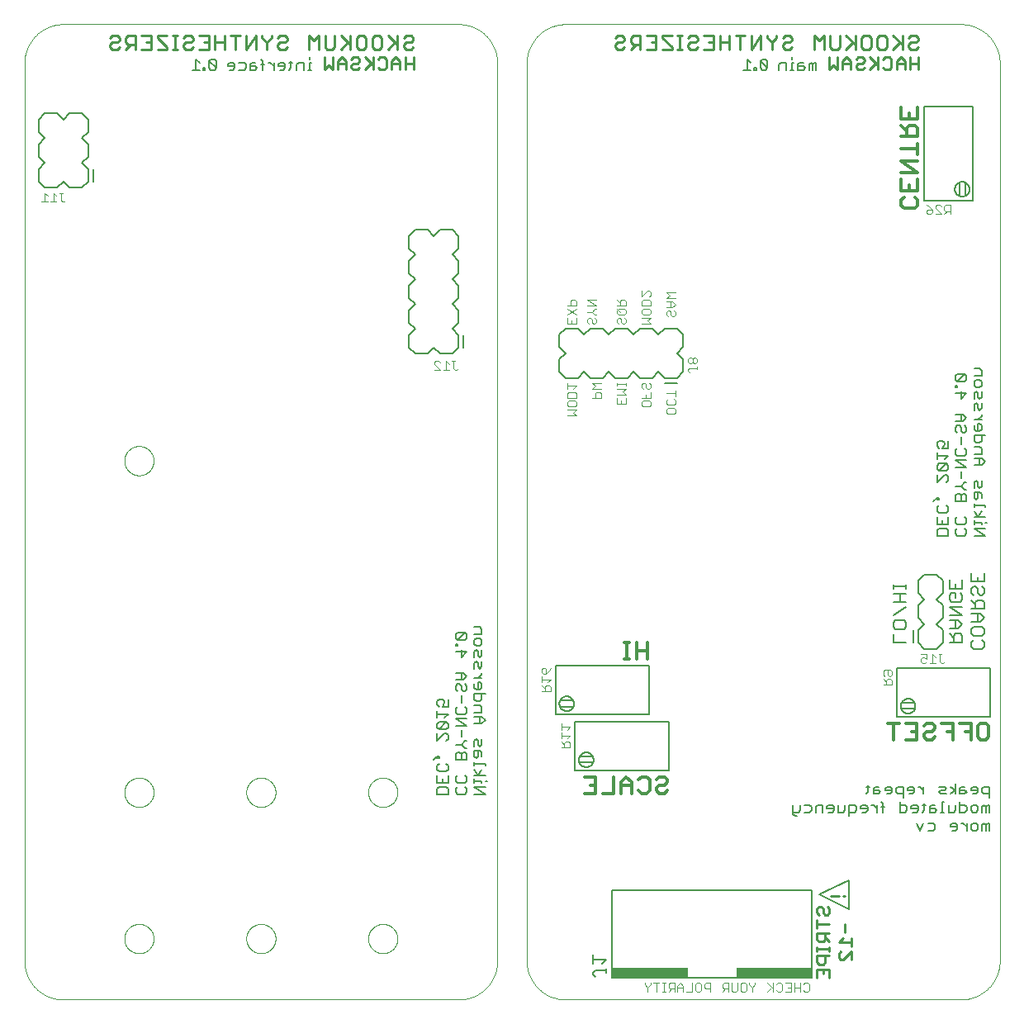
<source format=gbo>
G75*
%MOIN*%
%OFA0B0*%
%FSLAX25Y25*%
%IPPOS*%
%LPD*%
%AMOC8*
5,1,8,0,0,1.08239X$1,22.5*
%
%ADD10C,0.00000*%
%ADD11C,0.00600*%
%ADD12C,0.00900*%
%ADD13C,0.01000*%
%ADD14C,0.00400*%
%ADD15C,0.01200*%
%ADD16C,0.00700*%
%ADD17C,0.00500*%
%ADD18C,0.01100*%
%ADD19C,0.00787*%
%ADD20R,0.30512X0.03937*%
D10*
X0001492Y0017240D02*
X0001492Y0379445D01*
X0001497Y0379826D01*
X0001510Y0380206D01*
X0001533Y0380586D01*
X0001566Y0380965D01*
X0001607Y0381343D01*
X0001657Y0381720D01*
X0001717Y0382096D01*
X0001785Y0382471D01*
X0001863Y0382843D01*
X0001950Y0383214D01*
X0002045Y0383582D01*
X0002150Y0383948D01*
X0002263Y0384311D01*
X0002385Y0384672D01*
X0002515Y0385029D01*
X0002655Y0385383D01*
X0002802Y0385734D01*
X0002959Y0386081D01*
X0003123Y0386424D01*
X0003296Y0386763D01*
X0003477Y0387098D01*
X0003666Y0387429D01*
X0003863Y0387754D01*
X0004067Y0388075D01*
X0004280Y0388391D01*
X0004500Y0388701D01*
X0004727Y0389007D01*
X0004962Y0389306D01*
X0005204Y0389600D01*
X0005452Y0389888D01*
X0005708Y0390170D01*
X0005971Y0390445D01*
X0006240Y0390714D01*
X0006515Y0390977D01*
X0006797Y0391233D01*
X0007085Y0391481D01*
X0007379Y0391723D01*
X0007678Y0391958D01*
X0007984Y0392185D01*
X0008294Y0392405D01*
X0008610Y0392618D01*
X0008931Y0392822D01*
X0009256Y0393019D01*
X0009587Y0393208D01*
X0009922Y0393389D01*
X0010261Y0393562D01*
X0010604Y0393726D01*
X0010951Y0393883D01*
X0011302Y0394030D01*
X0011656Y0394170D01*
X0012013Y0394300D01*
X0012374Y0394422D01*
X0012737Y0394535D01*
X0013103Y0394640D01*
X0013471Y0394735D01*
X0013842Y0394822D01*
X0014214Y0394900D01*
X0014589Y0394968D01*
X0014965Y0395028D01*
X0015342Y0395078D01*
X0015720Y0395119D01*
X0016099Y0395152D01*
X0016479Y0395175D01*
X0016859Y0395188D01*
X0017240Y0395193D01*
X0176689Y0395193D01*
X0177070Y0395188D01*
X0177450Y0395175D01*
X0177830Y0395152D01*
X0178209Y0395119D01*
X0178587Y0395078D01*
X0178964Y0395028D01*
X0179340Y0394968D01*
X0179715Y0394900D01*
X0180087Y0394822D01*
X0180458Y0394735D01*
X0180826Y0394640D01*
X0181192Y0394535D01*
X0181555Y0394422D01*
X0181916Y0394300D01*
X0182273Y0394170D01*
X0182627Y0394030D01*
X0182978Y0393883D01*
X0183325Y0393726D01*
X0183668Y0393562D01*
X0184007Y0393389D01*
X0184342Y0393208D01*
X0184673Y0393019D01*
X0184998Y0392822D01*
X0185319Y0392618D01*
X0185635Y0392405D01*
X0185945Y0392185D01*
X0186251Y0391958D01*
X0186550Y0391723D01*
X0186844Y0391481D01*
X0187132Y0391233D01*
X0187414Y0390977D01*
X0187689Y0390714D01*
X0187958Y0390445D01*
X0188221Y0390170D01*
X0188477Y0389888D01*
X0188725Y0389600D01*
X0188967Y0389306D01*
X0189202Y0389007D01*
X0189429Y0388701D01*
X0189649Y0388391D01*
X0189862Y0388075D01*
X0190066Y0387754D01*
X0190263Y0387429D01*
X0190452Y0387098D01*
X0190633Y0386763D01*
X0190806Y0386424D01*
X0190970Y0386081D01*
X0191127Y0385734D01*
X0191274Y0385383D01*
X0191414Y0385029D01*
X0191544Y0384672D01*
X0191666Y0384311D01*
X0191779Y0383948D01*
X0191884Y0383582D01*
X0191979Y0383214D01*
X0192066Y0382843D01*
X0192144Y0382471D01*
X0192212Y0382096D01*
X0192272Y0381720D01*
X0192322Y0381343D01*
X0192363Y0380965D01*
X0192396Y0380586D01*
X0192419Y0380206D01*
X0192432Y0379826D01*
X0192437Y0379445D01*
X0192437Y0017240D01*
X0204248Y0017240D02*
X0204248Y0379445D01*
X0204253Y0379826D01*
X0204266Y0380206D01*
X0204289Y0380586D01*
X0204322Y0380965D01*
X0204363Y0381343D01*
X0204413Y0381720D01*
X0204473Y0382096D01*
X0204541Y0382471D01*
X0204619Y0382843D01*
X0204706Y0383214D01*
X0204801Y0383582D01*
X0204906Y0383948D01*
X0205019Y0384311D01*
X0205141Y0384672D01*
X0205271Y0385029D01*
X0205411Y0385383D01*
X0205558Y0385734D01*
X0205715Y0386081D01*
X0205879Y0386424D01*
X0206052Y0386763D01*
X0206233Y0387098D01*
X0206422Y0387429D01*
X0206619Y0387754D01*
X0206823Y0388075D01*
X0207036Y0388391D01*
X0207256Y0388701D01*
X0207483Y0389007D01*
X0207718Y0389306D01*
X0207960Y0389600D01*
X0208208Y0389888D01*
X0208464Y0390170D01*
X0208727Y0390445D01*
X0208996Y0390714D01*
X0209271Y0390977D01*
X0209553Y0391233D01*
X0209841Y0391481D01*
X0210135Y0391723D01*
X0210434Y0391958D01*
X0210740Y0392185D01*
X0211050Y0392405D01*
X0211366Y0392618D01*
X0211687Y0392822D01*
X0212012Y0393019D01*
X0212343Y0393208D01*
X0212678Y0393389D01*
X0213017Y0393562D01*
X0213360Y0393726D01*
X0213707Y0393883D01*
X0214058Y0394030D01*
X0214412Y0394170D01*
X0214769Y0394300D01*
X0215130Y0394422D01*
X0215493Y0394535D01*
X0215859Y0394640D01*
X0216227Y0394735D01*
X0216598Y0394822D01*
X0216970Y0394900D01*
X0217345Y0394968D01*
X0217721Y0395028D01*
X0218098Y0395078D01*
X0218476Y0395119D01*
X0218855Y0395152D01*
X0219235Y0395175D01*
X0219615Y0395188D01*
X0219996Y0395193D01*
X0379445Y0395193D01*
X0379826Y0395188D01*
X0380206Y0395175D01*
X0380586Y0395152D01*
X0380965Y0395119D01*
X0381343Y0395078D01*
X0381720Y0395028D01*
X0382096Y0394968D01*
X0382471Y0394900D01*
X0382843Y0394822D01*
X0383214Y0394735D01*
X0383582Y0394640D01*
X0383948Y0394535D01*
X0384311Y0394422D01*
X0384672Y0394300D01*
X0385029Y0394170D01*
X0385383Y0394030D01*
X0385734Y0393883D01*
X0386081Y0393726D01*
X0386424Y0393562D01*
X0386763Y0393389D01*
X0387098Y0393208D01*
X0387429Y0393019D01*
X0387754Y0392822D01*
X0388075Y0392618D01*
X0388391Y0392405D01*
X0388701Y0392185D01*
X0389007Y0391958D01*
X0389306Y0391723D01*
X0389600Y0391481D01*
X0389888Y0391233D01*
X0390170Y0390977D01*
X0390445Y0390714D01*
X0390714Y0390445D01*
X0390977Y0390170D01*
X0391233Y0389888D01*
X0391481Y0389600D01*
X0391723Y0389306D01*
X0391958Y0389007D01*
X0392185Y0388701D01*
X0392405Y0388391D01*
X0392618Y0388075D01*
X0392822Y0387754D01*
X0393019Y0387429D01*
X0393208Y0387098D01*
X0393389Y0386763D01*
X0393562Y0386424D01*
X0393726Y0386081D01*
X0393883Y0385734D01*
X0394030Y0385383D01*
X0394170Y0385029D01*
X0394300Y0384672D01*
X0394422Y0384311D01*
X0394535Y0383948D01*
X0394640Y0383582D01*
X0394735Y0383214D01*
X0394822Y0382843D01*
X0394900Y0382471D01*
X0394968Y0382096D01*
X0395028Y0381720D01*
X0395078Y0381343D01*
X0395119Y0380965D01*
X0395152Y0380586D01*
X0395175Y0380206D01*
X0395188Y0379826D01*
X0395193Y0379445D01*
X0395193Y0017240D01*
X0395188Y0016859D01*
X0395175Y0016479D01*
X0395152Y0016099D01*
X0395119Y0015720D01*
X0395078Y0015342D01*
X0395028Y0014965D01*
X0394968Y0014589D01*
X0394900Y0014214D01*
X0394822Y0013842D01*
X0394735Y0013471D01*
X0394640Y0013103D01*
X0394535Y0012737D01*
X0394422Y0012374D01*
X0394300Y0012013D01*
X0394170Y0011656D01*
X0394030Y0011302D01*
X0393883Y0010951D01*
X0393726Y0010604D01*
X0393562Y0010261D01*
X0393389Y0009922D01*
X0393208Y0009587D01*
X0393019Y0009256D01*
X0392822Y0008931D01*
X0392618Y0008610D01*
X0392405Y0008294D01*
X0392185Y0007984D01*
X0391958Y0007678D01*
X0391723Y0007379D01*
X0391481Y0007085D01*
X0391233Y0006797D01*
X0390977Y0006515D01*
X0390714Y0006240D01*
X0390445Y0005971D01*
X0390170Y0005708D01*
X0389888Y0005452D01*
X0389600Y0005204D01*
X0389306Y0004962D01*
X0389007Y0004727D01*
X0388701Y0004500D01*
X0388391Y0004280D01*
X0388075Y0004067D01*
X0387754Y0003863D01*
X0387429Y0003666D01*
X0387098Y0003477D01*
X0386763Y0003296D01*
X0386424Y0003123D01*
X0386081Y0002959D01*
X0385734Y0002802D01*
X0385383Y0002655D01*
X0385029Y0002515D01*
X0384672Y0002385D01*
X0384311Y0002263D01*
X0383948Y0002150D01*
X0383582Y0002045D01*
X0383214Y0001950D01*
X0382843Y0001863D01*
X0382471Y0001785D01*
X0382096Y0001717D01*
X0381720Y0001657D01*
X0381343Y0001607D01*
X0380965Y0001566D01*
X0380586Y0001533D01*
X0380206Y0001510D01*
X0379826Y0001497D01*
X0379445Y0001492D01*
X0219996Y0001492D01*
X0219615Y0001497D01*
X0219235Y0001510D01*
X0218855Y0001533D01*
X0218476Y0001566D01*
X0218098Y0001607D01*
X0217721Y0001657D01*
X0217345Y0001717D01*
X0216970Y0001785D01*
X0216598Y0001863D01*
X0216227Y0001950D01*
X0215859Y0002045D01*
X0215493Y0002150D01*
X0215130Y0002263D01*
X0214769Y0002385D01*
X0214412Y0002515D01*
X0214058Y0002655D01*
X0213707Y0002802D01*
X0213360Y0002959D01*
X0213017Y0003123D01*
X0212678Y0003296D01*
X0212343Y0003477D01*
X0212012Y0003666D01*
X0211687Y0003863D01*
X0211366Y0004067D01*
X0211050Y0004280D01*
X0210740Y0004500D01*
X0210434Y0004727D01*
X0210135Y0004962D01*
X0209841Y0005204D01*
X0209553Y0005452D01*
X0209271Y0005708D01*
X0208996Y0005971D01*
X0208727Y0006240D01*
X0208464Y0006515D01*
X0208208Y0006797D01*
X0207960Y0007085D01*
X0207718Y0007379D01*
X0207483Y0007678D01*
X0207256Y0007984D01*
X0207036Y0008294D01*
X0206823Y0008610D01*
X0206619Y0008931D01*
X0206422Y0009256D01*
X0206233Y0009587D01*
X0206052Y0009922D01*
X0205879Y0010261D01*
X0205715Y0010604D01*
X0205558Y0010951D01*
X0205411Y0011302D01*
X0205271Y0011656D01*
X0205141Y0012013D01*
X0205019Y0012374D01*
X0204906Y0012737D01*
X0204801Y0013103D01*
X0204706Y0013471D01*
X0204619Y0013842D01*
X0204541Y0014214D01*
X0204473Y0014589D01*
X0204413Y0014965D01*
X0204363Y0015342D01*
X0204322Y0015720D01*
X0204289Y0016099D01*
X0204266Y0016479D01*
X0204253Y0016859D01*
X0204248Y0017240D01*
X0192437Y0017240D02*
X0192432Y0016859D01*
X0192419Y0016479D01*
X0192396Y0016099D01*
X0192363Y0015720D01*
X0192322Y0015342D01*
X0192272Y0014965D01*
X0192212Y0014589D01*
X0192144Y0014214D01*
X0192066Y0013842D01*
X0191979Y0013471D01*
X0191884Y0013103D01*
X0191779Y0012737D01*
X0191666Y0012374D01*
X0191544Y0012013D01*
X0191414Y0011656D01*
X0191274Y0011302D01*
X0191127Y0010951D01*
X0190970Y0010604D01*
X0190806Y0010261D01*
X0190633Y0009922D01*
X0190452Y0009587D01*
X0190263Y0009256D01*
X0190066Y0008931D01*
X0189862Y0008610D01*
X0189649Y0008294D01*
X0189429Y0007984D01*
X0189202Y0007678D01*
X0188967Y0007379D01*
X0188725Y0007085D01*
X0188477Y0006797D01*
X0188221Y0006515D01*
X0187958Y0006240D01*
X0187689Y0005971D01*
X0187414Y0005708D01*
X0187132Y0005452D01*
X0186844Y0005204D01*
X0186550Y0004962D01*
X0186251Y0004727D01*
X0185945Y0004500D01*
X0185635Y0004280D01*
X0185319Y0004067D01*
X0184998Y0003863D01*
X0184673Y0003666D01*
X0184342Y0003477D01*
X0184007Y0003296D01*
X0183668Y0003123D01*
X0183325Y0002959D01*
X0182978Y0002802D01*
X0182627Y0002655D01*
X0182273Y0002515D01*
X0181916Y0002385D01*
X0181555Y0002263D01*
X0181192Y0002150D01*
X0180826Y0002045D01*
X0180458Y0001950D01*
X0180087Y0001863D01*
X0179715Y0001785D01*
X0179340Y0001717D01*
X0178964Y0001657D01*
X0178587Y0001607D01*
X0178209Y0001566D01*
X0177830Y0001533D01*
X0177450Y0001510D01*
X0177070Y0001497D01*
X0176689Y0001492D01*
X0017240Y0001492D01*
X0016859Y0001497D01*
X0016479Y0001510D01*
X0016099Y0001533D01*
X0015720Y0001566D01*
X0015342Y0001607D01*
X0014965Y0001657D01*
X0014589Y0001717D01*
X0014214Y0001785D01*
X0013842Y0001863D01*
X0013471Y0001950D01*
X0013103Y0002045D01*
X0012737Y0002150D01*
X0012374Y0002263D01*
X0012013Y0002385D01*
X0011656Y0002515D01*
X0011302Y0002655D01*
X0010951Y0002802D01*
X0010604Y0002959D01*
X0010261Y0003123D01*
X0009922Y0003296D01*
X0009587Y0003477D01*
X0009256Y0003666D01*
X0008931Y0003863D01*
X0008610Y0004067D01*
X0008294Y0004280D01*
X0007984Y0004500D01*
X0007678Y0004727D01*
X0007379Y0004962D01*
X0007085Y0005204D01*
X0006797Y0005452D01*
X0006515Y0005708D01*
X0006240Y0005971D01*
X0005971Y0006240D01*
X0005708Y0006515D01*
X0005452Y0006797D01*
X0005204Y0007085D01*
X0004962Y0007379D01*
X0004727Y0007678D01*
X0004500Y0007984D01*
X0004280Y0008294D01*
X0004067Y0008610D01*
X0003863Y0008931D01*
X0003666Y0009256D01*
X0003477Y0009587D01*
X0003296Y0009922D01*
X0003123Y0010261D01*
X0002959Y0010604D01*
X0002802Y0010951D01*
X0002655Y0011302D01*
X0002515Y0011656D01*
X0002385Y0012013D01*
X0002263Y0012374D01*
X0002150Y0012737D01*
X0002045Y0013103D01*
X0001950Y0013471D01*
X0001863Y0013842D01*
X0001785Y0014214D01*
X0001717Y0014589D01*
X0001657Y0014965D01*
X0001607Y0015342D01*
X0001566Y0015720D01*
X0001533Y0016099D01*
X0001510Y0016479D01*
X0001497Y0016859D01*
X0001492Y0017240D01*
X0041846Y0026098D02*
X0041848Y0026251D01*
X0041854Y0026405D01*
X0041864Y0026558D01*
X0041878Y0026710D01*
X0041896Y0026863D01*
X0041918Y0027014D01*
X0041943Y0027165D01*
X0041973Y0027316D01*
X0042007Y0027466D01*
X0042044Y0027614D01*
X0042085Y0027762D01*
X0042130Y0027908D01*
X0042179Y0028054D01*
X0042232Y0028198D01*
X0042288Y0028340D01*
X0042348Y0028481D01*
X0042412Y0028621D01*
X0042479Y0028759D01*
X0042550Y0028895D01*
X0042625Y0029029D01*
X0042702Y0029161D01*
X0042784Y0029291D01*
X0042868Y0029419D01*
X0042956Y0029545D01*
X0043047Y0029668D01*
X0043141Y0029789D01*
X0043239Y0029907D01*
X0043339Y0030023D01*
X0043443Y0030136D01*
X0043549Y0030247D01*
X0043658Y0030355D01*
X0043770Y0030460D01*
X0043884Y0030561D01*
X0044002Y0030660D01*
X0044121Y0030756D01*
X0044243Y0030849D01*
X0044368Y0030938D01*
X0044495Y0031025D01*
X0044624Y0031107D01*
X0044755Y0031187D01*
X0044888Y0031263D01*
X0045023Y0031336D01*
X0045160Y0031405D01*
X0045299Y0031470D01*
X0045439Y0031532D01*
X0045581Y0031590D01*
X0045724Y0031645D01*
X0045869Y0031696D01*
X0046015Y0031743D01*
X0046162Y0031786D01*
X0046310Y0031825D01*
X0046459Y0031861D01*
X0046609Y0031892D01*
X0046760Y0031920D01*
X0046911Y0031944D01*
X0047064Y0031964D01*
X0047216Y0031980D01*
X0047369Y0031992D01*
X0047522Y0032000D01*
X0047675Y0032004D01*
X0047829Y0032004D01*
X0047982Y0032000D01*
X0048135Y0031992D01*
X0048288Y0031980D01*
X0048440Y0031964D01*
X0048593Y0031944D01*
X0048744Y0031920D01*
X0048895Y0031892D01*
X0049045Y0031861D01*
X0049194Y0031825D01*
X0049342Y0031786D01*
X0049489Y0031743D01*
X0049635Y0031696D01*
X0049780Y0031645D01*
X0049923Y0031590D01*
X0050065Y0031532D01*
X0050205Y0031470D01*
X0050344Y0031405D01*
X0050481Y0031336D01*
X0050616Y0031263D01*
X0050749Y0031187D01*
X0050880Y0031107D01*
X0051009Y0031025D01*
X0051136Y0030938D01*
X0051261Y0030849D01*
X0051383Y0030756D01*
X0051502Y0030660D01*
X0051620Y0030561D01*
X0051734Y0030460D01*
X0051846Y0030355D01*
X0051955Y0030247D01*
X0052061Y0030136D01*
X0052165Y0030023D01*
X0052265Y0029907D01*
X0052363Y0029789D01*
X0052457Y0029668D01*
X0052548Y0029545D01*
X0052636Y0029419D01*
X0052720Y0029291D01*
X0052802Y0029161D01*
X0052879Y0029029D01*
X0052954Y0028895D01*
X0053025Y0028759D01*
X0053092Y0028621D01*
X0053156Y0028481D01*
X0053216Y0028340D01*
X0053272Y0028198D01*
X0053325Y0028054D01*
X0053374Y0027908D01*
X0053419Y0027762D01*
X0053460Y0027614D01*
X0053497Y0027466D01*
X0053531Y0027316D01*
X0053561Y0027165D01*
X0053586Y0027014D01*
X0053608Y0026863D01*
X0053626Y0026710D01*
X0053640Y0026558D01*
X0053650Y0026405D01*
X0053656Y0026251D01*
X0053658Y0026098D01*
X0053656Y0025945D01*
X0053650Y0025791D01*
X0053640Y0025638D01*
X0053626Y0025486D01*
X0053608Y0025333D01*
X0053586Y0025182D01*
X0053561Y0025031D01*
X0053531Y0024880D01*
X0053497Y0024730D01*
X0053460Y0024582D01*
X0053419Y0024434D01*
X0053374Y0024288D01*
X0053325Y0024142D01*
X0053272Y0023998D01*
X0053216Y0023856D01*
X0053156Y0023715D01*
X0053092Y0023575D01*
X0053025Y0023437D01*
X0052954Y0023301D01*
X0052879Y0023167D01*
X0052802Y0023035D01*
X0052720Y0022905D01*
X0052636Y0022777D01*
X0052548Y0022651D01*
X0052457Y0022528D01*
X0052363Y0022407D01*
X0052265Y0022289D01*
X0052165Y0022173D01*
X0052061Y0022060D01*
X0051955Y0021949D01*
X0051846Y0021841D01*
X0051734Y0021736D01*
X0051620Y0021635D01*
X0051502Y0021536D01*
X0051383Y0021440D01*
X0051261Y0021347D01*
X0051136Y0021258D01*
X0051009Y0021171D01*
X0050880Y0021089D01*
X0050749Y0021009D01*
X0050616Y0020933D01*
X0050481Y0020860D01*
X0050344Y0020791D01*
X0050205Y0020726D01*
X0050065Y0020664D01*
X0049923Y0020606D01*
X0049780Y0020551D01*
X0049635Y0020500D01*
X0049489Y0020453D01*
X0049342Y0020410D01*
X0049194Y0020371D01*
X0049045Y0020335D01*
X0048895Y0020304D01*
X0048744Y0020276D01*
X0048593Y0020252D01*
X0048440Y0020232D01*
X0048288Y0020216D01*
X0048135Y0020204D01*
X0047982Y0020196D01*
X0047829Y0020192D01*
X0047675Y0020192D01*
X0047522Y0020196D01*
X0047369Y0020204D01*
X0047216Y0020216D01*
X0047064Y0020232D01*
X0046911Y0020252D01*
X0046760Y0020276D01*
X0046609Y0020304D01*
X0046459Y0020335D01*
X0046310Y0020371D01*
X0046162Y0020410D01*
X0046015Y0020453D01*
X0045869Y0020500D01*
X0045724Y0020551D01*
X0045581Y0020606D01*
X0045439Y0020664D01*
X0045299Y0020726D01*
X0045160Y0020791D01*
X0045023Y0020860D01*
X0044888Y0020933D01*
X0044755Y0021009D01*
X0044624Y0021089D01*
X0044495Y0021171D01*
X0044368Y0021258D01*
X0044243Y0021347D01*
X0044121Y0021440D01*
X0044002Y0021536D01*
X0043884Y0021635D01*
X0043770Y0021736D01*
X0043658Y0021841D01*
X0043549Y0021949D01*
X0043443Y0022060D01*
X0043339Y0022173D01*
X0043239Y0022289D01*
X0043141Y0022407D01*
X0043047Y0022528D01*
X0042956Y0022651D01*
X0042868Y0022777D01*
X0042784Y0022905D01*
X0042702Y0023035D01*
X0042625Y0023167D01*
X0042550Y0023301D01*
X0042479Y0023437D01*
X0042412Y0023575D01*
X0042348Y0023715D01*
X0042288Y0023856D01*
X0042232Y0023998D01*
X0042179Y0024142D01*
X0042130Y0024288D01*
X0042085Y0024434D01*
X0042044Y0024582D01*
X0042007Y0024730D01*
X0041973Y0024880D01*
X0041943Y0025031D01*
X0041918Y0025182D01*
X0041896Y0025333D01*
X0041878Y0025486D01*
X0041864Y0025638D01*
X0041854Y0025791D01*
X0041848Y0025945D01*
X0041846Y0026098D01*
X0091059Y0026098D02*
X0091061Y0026251D01*
X0091067Y0026405D01*
X0091077Y0026558D01*
X0091091Y0026710D01*
X0091109Y0026863D01*
X0091131Y0027014D01*
X0091156Y0027165D01*
X0091186Y0027316D01*
X0091220Y0027466D01*
X0091257Y0027614D01*
X0091298Y0027762D01*
X0091343Y0027908D01*
X0091392Y0028054D01*
X0091445Y0028198D01*
X0091501Y0028340D01*
X0091561Y0028481D01*
X0091625Y0028621D01*
X0091692Y0028759D01*
X0091763Y0028895D01*
X0091838Y0029029D01*
X0091915Y0029161D01*
X0091997Y0029291D01*
X0092081Y0029419D01*
X0092169Y0029545D01*
X0092260Y0029668D01*
X0092354Y0029789D01*
X0092452Y0029907D01*
X0092552Y0030023D01*
X0092656Y0030136D01*
X0092762Y0030247D01*
X0092871Y0030355D01*
X0092983Y0030460D01*
X0093097Y0030561D01*
X0093215Y0030660D01*
X0093334Y0030756D01*
X0093456Y0030849D01*
X0093581Y0030938D01*
X0093708Y0031025D01*
X0093837Y0031107D01*
X0093968Y0031187D01*
X0094101Y0031263D01*
X0094236Y0031336D01*
X0094373Y0031405D01*
X0094512Y0031470D01*
X0094652Y0031532D01*
X0094794Y0031590D01*
X0094937Y0031645D01*
X0095082Y0031696D01*
X0095228Y0031743D01*
X0095375Y0031786D01*
X0095523Y0031825D01*
X0095672Y0031861D01*
X0095822Y0031892D01*
X0095973Y0031920D01*
X0096124Y0031944D01*
X0096277Y0031964D01*
X0096429Y0031980D01*
X0096582Y0031992D01*
X0096735Y0032000D01*
X0096888Y0032004D01*
X0097042Y0032004D01*
X0097195Y0032000D01*
X0097348Y0031992D01*
X0097501Y0031980D01*
X0097653Y0031964D01*
X0097806Y0031944D01*
X0097957Y0031920D01*
X0098108Y0031892D01*
X0098258Y0031861D01*
X0098407Y0031825D01*
X0098555Y0031786D01*
X0098702Y0031743D01*
X0098848Y0031696D01*
X0098993Y0031645D01*
X0099136Y0031590D01*
X0099278Y0031532D01*
X0099418Y0031470D01*
X0099557Y0031405D01*
X0099694Y0031336D01*
X0099829Y0031263D01*
X0099962Y0031187D01*
X0100093Y0031107D01*
X0100222Y0031025D01*
X0100349Y0030938D01*
X0100474Y0030849D01*
X0100596Y0030756D01*
X0100715Y0030660D01*
X0100833Y0030561D01*
X0100947Y0030460D01*
X0101059Y0030355D01*
X0101168Y0030247D01*
X0101274Y0030136D01*
X0101378Y0030023D01*
X0101478Y0029907D01*
X0101576Y0029789D01*
X0101670Y0029668D01*
X0101761Y0029545D01*
X0101849Y0029419D01*
X0101933Y0029291D01*
X0102015Y0029161D01*
X0102092Y0029029D01*
X0102167Y0028895D01*
X0102238Y0028759D01*
X0102305Y0028621D01*
X0102369Y0028481D01*
X0102429Y0028340D01*
X0102485Y0028198D01*
X0102538Y0028054D01*
X0102587Y0027908D01*
X0102632Y0027762D01*
X0102673Y0027614D01*
X0102710Y0027466D01*
X0102744Y0027316D01*
X0102774Y0027165D01*
X0102799Y0027014D01*
X0102821Y0026863D01*
X0102839Y0026710D01*
X0102853Y0026558D01*
X0102863Y0026405D01*
X0102869Y0026251D01*
X0102871Y0026098D01*
X0102869Y0025945D01*
X0102863Y0025791D01*
X0102853Y0025638D01*
X0102839Y0025486D01*
X0102821Y0025333D01*
X0102799Y0025182D01*
X0102774Y0025031D01*
X0102744Y0024880D01*
X0102710Y0024730D01*
X0102673Y0024582D01*
X0102632Y0024434D01*
X0102587Y0024288D01*
X0102538Y0024142D01*
X0102485Y0023998D01*
X0102429Y0023856D01*
X0102369Y0023715D01*
X0102305Y0023575D01*
X0102238Y0023437D01*
X0102167Y0023301D01*
X0102092Y0023167D01*
X0102015Y0023035D01*
X0101933Y0022905D01*
X0101849Y0022777D01*
X0101761Y0022651D01*
X0101670Y0022528D01*
X0101576Y0022407D01*
X0101478Y0022289D01*
X0101378Y0022173D01*
X0101274Y0022060D01*
X0101168Y0021949D01*
X0101059Y0021841D01*
X0100947Y0021736D01*
X0100833Y0021635D01*
X0100715Y0021536D01*
X0100596Y0021440D01*
X0100474Y0021347D01*
X0100349Y0021258D01*
X0100222Y0021171D01*
X0100093Y0021089D01*
X0099962Y0021009D01*
X0099829Y0020933D01*
X0099694Y0020860D01*
X0099557Y0020791D01*
X0099418Y0020726D01*
X0099278Y0020664D01*
X0099136Y0020606D01*
X0098993Y0020551D01*
X0098848Y0020500D01*
X0098702Y0020453D01*
X0098555Y0020410D01*
X0098407Y0020371D01*
X0098258Y0020335D01*
X0098108Y0020304D01*
X0097957Y0020276D01*
X0097806Y0020252D01*
X0097653Y0020232D01*
X0097501Y0020216D01*
X0097348Y0020204D01*
X0097195Y0020196D01*
X0097042Y0020192D01*
X0096888Y0020192D01*
X0096735Y0020196D01*
X0096582Y0020204D01*
X0096429Y0020216D01*
X0096277Y0020232D01*
X0096124Y0020252D01*
X0095973Y0020276D01*
X0095822Y0020304D01*
X0095672Y0020335D01*
X0095523Y0020371D01*
X0095375Y0020410D01*
X0095228Y0020453D01*
X0095082Y0020500D01*
X0094937Y0020551D01*
X0094794Y0020606D01*
X0094652Y0020664D01*
X0094512Y0020726D01*
X0094373Y0020791D01*
X0094236Y0020860D01*
X0094101Y0020933D01*
X0093968Y0021009D01*
X0093837Y0021089D01*
X0093708Y0021171D01*
X0093581Y0021258D01*
X0093456Y0021347D01*
X0093334Y0021440D01*
X0093215Y0021536D01*
X0093097Y0021635D01*
X0092983Y0021736D01*
X0092871Y0021841D01*
X0092762Y0021949D01*
X0092656Y0022060D01*
X0092552Y0022173D01*
X0092452Y0022289D01*
X0092354Y0022407D01*
X0092260Y0022528D01*
X0092169Y0022651D01*
X0092081Y0022777D01*
X0091997Y0022905D01*
X0091915Y0023035D01*
X0091838Y0023167D01*
X0091763Y0023301D01*
X0091692Y0023437D01*
X0091625Y0023575D01*
X0091561Y0023715D01*
X0091501Y0023856D01*
X0091445Y0023998D01*
X0091392Y0024142D01*
X0091343Y0024288D01*
X0091298Y0024434D01*
X0091257Y0024582D01*
X0091220Y0024730D01*
X0091186Y0024880D01*
X0091156Y0025031D01*
X0091131Y0025182D01*
X0091109Y0025333D01*
X0091091Y0025486D01*
X0091077Y0025638D01*
X0091067Y0025791D01*
X0091061Y0025945D01*
X0091059Y0026098D01*
X0140271Y0026098D02*
X0140273Y0026251D01*
X0140279Y0026405D01*
X0140289Y0026558D01*
X0140303Y0026710D01*
X0140321Y0026863D01*
X0140343Y0027014D01*
X0140368Y0027165D01*
X0140398Y0027316D01*
X0140432Y0027466D01*
X0140469Y0027614D01*
X0140510Y0027762D01*
X0140555Y0027908D01*
X0140604Y0028054D01*
X0140657Y0028198D01*
X0140713Y0028340D01*
X0140773Y0028481D01*
X0140837Y0028621D01*
X0140904Y0028759D01*
X0140975Y0028895D01*
X0141050Y0029029D01*
X0141127Y0029161D01*
X0141209Y0029291D01*
X0141293Y0029419D01*
X0141381Y0029545D01*
X0141472Y0029668D01*
X0141566Y0029789D01*
X0141664Y0029907D01*
X0141764Y0030023D01*
X0141868Y0030136D01*
X0141974Y0030247D01*
X0142083Y0030355D01*
X0142195Y0030460D01*
X0142309Y0030561D01*
X0142427Y0030660D01*
X0142546Y0030756D01*
X0142668Y0030849D01*
X0142793Y0030938D01*
X0142920Y0031025D01*
X0143049Y0031107D01*
X0143180Y0031187D01*
X0143313Y0031263D01*
X0143448Y0031336D01*
X0143585Y0031405D01*
X0143724Y0031470D01*
X0143864Y0031532D01*
X0144006Y0031590D01*
X0144149Y0031645D01*
X0144294Y0031696D01*
X0144440Y0031743D01*
X0144587Y0031786D01*
X0144735Y0031825D01*
X0144884Y0031861D01*
X0145034Y0031892D01*
X0145185Y0031920D01*
X0145336Y0031944D01*
X0145489Y0031964D01*
X0145641Y0031980D01*
X0145794Y0031992D01*
X0145947Y0032000D01*
X0146100Y0032004D01*
X0146254Y0032004D01*
X0146407Y0032000D01*
X0146560Y0031992D01*
X0146713Y0031980D01*
X0146865Y0031964D01*
X0147018Y0031944D01*
X0147169Y0031920D01*
X0147320Y0031892D01*
X0147470Y0031861D01*
X0147619Y0031825D01*
X0147767Y0031786D01*
X0147914Y0031743D01*
X0148060Y0031696D01*
X0148205Y0031645D01*
X0148348Y0031590D01*
X0148490Y0031532D01*
X0148630Y0031470D01*
X0148769Y0031405D01*
X0148906Y0031336D01*
X0149041Y0031263D01*
X0149174Y0031187D01*
X0149305Y0031107D01*
X0149434Y0031025D01*
X0149561Y0030938D01*
X0149686Y0030849D01*
X0149808Y0030756D01*
X0149927Y0030660D01*
X0150045Y0030561D01*
X0150159Y0030460D01*
X0150271Y0030355D01*
X0150380Y0030247D01*
X0150486Y0030136D01*
X0150590Y0030023D01*
X0150690Y0029907D01*
X0150788Y0029789D01*
X0150882Y0029668D01*
X0150973Y0029545D01*
X0151061Y0029419D01*
X0151145Y0029291D01*
X0151227Y0029161D01*
X0151304Y0029029D01*
X0151379Y0028895D01*
X0151450Y0028759D01*
X0151517Y0028621D01*
X0151581Y0028481D01*
X0151641Y0028340D01*
X0151697Y0028198D01*
X0151750Y0028054D01*
X0151799Y0027908D01*
X0151844Y0027762D01*
X0151885Y0027614D01*
X0151922Y0027466D01*
X0151956Y0027316D01*
X0151986Y0027165D01*
X0152011Y0027014D01*
X0152033Y0026863D01*
X0152051Y0026710D01*
X0152065Y0026558D01*
X0152075Y0026405D01*
X0152081Y0026251D01*
X0152083Y0026098D01*
X0152081Y0025945D01*
X0152075Y0025791D01*
X0152065Y0025638D01*
X0152051Y0025486D01*
X0152033Y0025333D01*
X0152011Y0025182D01*
X0151986Y0025031D01*
X0151956Y0024880D01*
X0151922Y0024730D01*
X0151885Y0024582D01*
X0151844Y0024434D01*
X0151799Y0024288D01*
X0151750Y0024142D01*
X0151697Y0023998D01*
X0151641Y0023856D01*
X0151581Y0023715D01*
X0151517Y0023575D01*
X0151450Y0023437D01*
X0151379Y0023301D01*
X0151304Y0023167D01*
X0151227Y0023035D01*
X0151145Y0022905D01*
X0151061Y0022777D01*
X0150973Y0022651D01*
X0150882Y0022528D01*
X0150788Y0022407D01*
X0150690Y0022289D01*
X0150590Y0022173D01*
X0150486Y0022060D01*
X0150380Y0021949D01*
X0150271Y0021841D01*
X0150159Y0021736D01*
X0150045Y0021635D01*
X0149927Y0021536D01*
X0149808Y0021440D01*
X0149686Y0021347D01*
X0149561Y0021258D01*
X0149434Y0021171D01*
X0149305Y0021089D01*
X0149174Y0021009D01*
X0149041Y0020933D01*
X0148906Y0020860D01*
X0148769Y0020791D01*
X0148630Y0020726D01*
X0148490Y0020664D01*
X0148348Y0020606D01*
X0148205Y0020551D01*
X0148060Y0020500D01*
X0147914Y0020453D01*
X0147767Y0020410D01*
X0147619Y0020371D01*
X0147470Y0020335D01*
X0147320Y0020304D01*
X0147169Y0020276D01*
X0147018Y0020252D01*
X0146865Y0020232D01*
X0146713Y0020216D01*
X0146560Y0020204D01*
X0146407Y0020196D01*
X0146254Y0020192D01*
X0146100Y0020192D01*
X0145947Y0020196D01*
X0145794Y0020204D01*
X0145641Y0020216D01*
X0145489Y0020232D01*
X0145336Y0020252D01*
X0145185Y0020276D01*
X0145034Y0020304D01*
X0144884Y0020335D01*
X0144735Y0020371D01*
X0144587Y0020410D01*
X0144440Y0020453D01*
X0144294Y0020500D01*
X0144149Y0020551D01*
X0144006Y0020606D01*
X0143864Y0020664D01*
X0143724Y0020726D01*
X0143585Y0020791D01*
X0143448Y0020860D01*
X0143313Y0020933D01*
X0143180Y0021009D01*
X0143049Y0021089D01*
X0142920Y0021171D01*
X0142793Y0021258D01*
X0142668Y0021347D01*
X0142546Y0021440D01*
X0142427Y0021536D01*
X0142309Y0021635D01*
X0142195Y0021736D01*
X0142083Y0021841D01*
X0141974Y0021949D01*
X0141868Y0022060D01*
X0141764Y0022173D01*
X0141664Y0022289D01*
X0141566Y0022407D01*
X0141472Y0022528D01*
X0141381Y0022651D01*
X0141293Y0022777D01*
X0141209Y0022905D01*
X0141127Y0023035D01*
X0141050Y0023167D01*
X0140975Y0023301D01*
X0140904Y0023437D01*
X0140837Y0023575D01*
X0140773Y0023715D01*
X0140713Y0023856D01*
X0140657Y0023998D01*
X0140604Y0024142D01*
X0140555Y0024288D01*
X0140510Y0024434D01*
X0140469Y0024582D01*
X0140432Y0024730D01*
X0140398Y0024880D01*
X0140368Y0025031D01*
X0140343Y0025182D01*
X0140321Y0025333D01*
X0140303Y0025486D01*
X0140289Y0025638D01*
X0140279Y0025791D01*
X0140273Y0025945D01*
X0140271Y0026098D01*
X0140271Y0085154D02*
X0140273Y0085307D01*
X0140279Y0085461D01*
X0140289Y0085614D01*
X0140303Y0085766D01*
X0140321Y0085919D01*
X0140343Y0086070D01*
X0140368Y0086221D01*
X0140398Y0086372D01*
X0140432Y0086522D01*
X0140469Y0086670D01*
X0140510Y0086818D01*
X0140555Y0086964D01*
X0140604Y0087110D01*
X0140657Y0087254D01*
X0140713Y0087396D01*
X0140773Y0087537D01*
X0140837Y0087677D01*
X0140904Y0087815D01*
X0140975Y0087951D01*
X0141050Y0088085D01*
X0141127Y0088217D01*
X0141209Y0088347D01*
X0141293Y0088475D01*
X0141381Y0088601D01*
X0141472Y0088724D01*
X0141566Y0088845D01*
X0141664Y0088963D01*
X0141764Y0089079D01*
X0141868Y0089192D01*
X0141974Y0089303D01*
X0142083Y0089411D01*
X0142195Y0089516D01*
X0142309Y0089617D01*
X0142427Y0089716D01*
X0142546Y0089812D01*
X0142668Y0089905D01*
X0142793Y0089994D01*
X0142920Y0090081D01*
X0143049Y0090163D01*
X0143180Y0090243D01*
X0143313Y0090319D01*
X0143448Y0090392D01*
X0143585Y0090461D01*
X0143724Y0090526D01*
X0143864Y0090588D01*
X0144006Y0090646D01*
X0144149Y0090701D01*
X0144294Y0090752D01*
X0144440Y0090799D01*
X0144587Y0090842D01*
X0144735Y0090881D01*
X0144884Y0090917D01*
X0145034Y0090948D01*
X0145185Y0090976D01*
X0145336Y0091000D01*
X0145489Y0091020D01*
X0145641Y0091036D01*
X0145794Y0091048D01*
X0145947Y0091056D01*
X0146100Y0091060D01*
X0146254Y0091060D01*
X0146407Y0091056D01*
X0146560Y0091048D01*
X0146713Y0091036D01*
X0146865Y0091020D01*
X0147018Y0091000D01*
X0147169Y0090976D01*
X0147320Y0090948D01*
X0147470Y0090917D01*
X0147619Y0090881D01*
X0147767Y0090842D01*
X0147914Y0090799D01*
X0148060Y0090752D01*
X0148205Y0090701D01*
X0148348Y0090646D01*
X0148490Y0090588D01*
X0148630Y0090526D01*
X0148769Y0090461D01*
X0148906Y0090392D01*
X0149041Y0090319D01*
X0149174Y0090243D01*
X0149305Y0090163D01*
X0149434Y0090081D01*
X0149561Y0089994D01*
X0149686Y0089905D01*
X0149808Y0089812D01*
X0149927Y0089716D01*
X0150045Y0089617D01*
X0150159Y0089516D01*
X0150271Y0089411D01*
X0150380Y0089303D01*
X0150486Y0089192D01*
X0150590Y0089079D01*
X0150690Y0088963D01*
X0150788Y0088845D01*
X0150882Y0088724D01*
X0150973Y0088601D01*
X0151061Y0088475D01*
X0151145Y0088347D01*
X0151227Y0088217D01*
X0151304Y0088085D01*
X0151379Y0087951D01*
X0151450Y0087815D01*
X0151517Y0087677D01*
X0151581Y0087537D01*
X0151641Y0087396D01*
X0151697Y0087254D01*
X0151750Y0087110D01*
X0151799Y0086964D01*
X0151844Y0086818D01*
X0151885Y0086670D01*
X0151922Y0086522D01*
X0151956Y0086372D01*
X0151986Y0086221D01*
X0152011Y0086070D01*
X0152033Y0085919D01*
X0152051Y0085766D01*
X0152065Y0085614D01*
X0152075Y0085461D01*
X0152081Y0085307D01*
X0152083Y0085154D01*
X0152081Y0085001D01*
X0152075Y0084847D01*
X0152065Y0084694D01*
X0152051Y0084542D01*
X0152033Y0084389D01*
X0152011Y0084238D01*
X0151986Y0084087D01*
X0151956Y0083936D01*
X0151922Y0083786D01*
X0151885Y0083638D01*
X0151844Y0083490D01*
X0151799Y0083344D01*
X0151750Y0083198D01*
X0151697Y0083054D01*
X0151641Y0082912D01*
X0151581Y0082771D01*
X0151517Y0082631D01*
X0151450Y0082493D01*
X0151379Y0082357D01*
X0151304Y0082223D01*
X0151227Y0082091D01*
X0151145Y0081961D01*
X0151061Y0081833D01*
X0150973Y0081707D01*
X0150882Y0081584D01*
X0150788Y0081463D01*
X0150690Y0081345D01*
X0150590Y0081229D01*
X0150486Y0081116D01*
X0150380Y0081005D01*
X0150271Y0080897D01*
X0150159Y0080792D01*
X0150045Y0080691D01*
X0149927Y0080592D01*
X0149808Y0080496D01*
X0149686Y0080403D01*
X0149561Y0080314D01*
X0149434Y0080227D01*
X0149305Y0080145D01*
X0149174Y0080065D01*
X0149041Y0079989D01*
X0148906Y0079916D01*
X0148769Y0079847D01*
X0148630Y0079782D01*
X0148490Y0079720D01*
X0148348Y0079662D01*
X0148205Y0079607D01*
X0148060Y0079556D01*
X0147914Y0079509D01*
X0147767Y0079466D01*
X0147619Y0079427D01*
X0147470Y0079391D01*
X0147320Y0079360D01*
X0147169Y0079332D01*
X0147018Y0079308D01*
X0146865Y0079288D01*
X0146713Y0079272D01*
X0146560Y0079260D01*
X0146407Y0079252D01*
X0146254Y0079248D01*
X0146100Y0079248D01*
X0145947Y0079252D01*
X0145794Y0079260D01*
X0145641Y0079272D01*
X0145489Y0079288D01*
X0145336Y0079308D01*
X0145185Y0079332D01*
X0145034Y0079360D01*
X0144884Y0079391D01*
X0144735Y0079427D01*
X0144587Y0079466D01*
X0144440Y0079509D01*
X0144294Y0079556D01*
X0144149Y0079607D01*
X0144006Y0079662D01*
X0143864Y0079720D01*
X0143724Y0079782D01*
X0143585Y0079847D01*
X0143448Y0079916D01*
X0143313Y0079989D01*
X0143180Y0080065D01*
X0143049Y0080145D01*
X0142920Y0080227D01*
X0142793Y0080314D01*
X0142668Y0080403D01*
X0142546Y0080496D01*
X0142427Y0080592D01*
X0142309Y0080691D01*
X0142195Y0080792D01*
X0142083Y0080897D01*
X0141974Y0081005D01*
X0141868Y0081116D01*
X0141764Y0081229D01*
X0141664Y0081345D01*
X0141566Y0081463D01*
X0141472Y0081584D01*
X0141381Y0081707D01*
X0141293Y0081833D01*
X0141209Y0081961D01*
X0141127Y0082091D01*
X0141050Y0082223D01*
X0140975Y0082357D01*
X0140904Y0082493D01*
X0140837Y0082631D01*
X0140773Y0082771D01*
X0140713Y0082912D01*
X0140657Y0083054D01*
X0140604Y0083198D01*
X0140555Y0083344D01*
X0140510Y0083490D01*
X0140469Y0083638D01*
X0140432Y0083786D01*
X0140398Y0083936D01*
X0140368Y0084087D01*
X0140343Y0084238D01*
X0140321Y0084389D01*
X0140303Y0084542D01*
X0140289Y0084694D01*
X0140279Y0084847D01*
X0140273Y0085001D01*
X0140271Y0085154D01*
X0091059Y0085154D02*
X0091061Y0085307D01*
X0091067Y0085461D01*
X0091077Y0085614D01*
X0091091Y0085766D01*
X0091109Y0085919D01*
X0091131Y0086070D01*
X0091156Y0086221D01*
X0091186Y0086372D01*
X0091220Y0086522D01*
X0091257Y0086670D01*
X0091298Y0086818D01*
X0091343Y0086964D01*
X0091392Y0087110D01*
X0091445Y0087254D01*
X0091501Y0087396D01*
X0091561Y0087537D01*
X0091625Y0087677D01*
X0091692Y0087815D01*
X0091763Y0087951D01*
X0091838Y0088085D01*
X0091915Y0088217D01*
X0091997Y0088347D01*
X0092081Y0088475D01*
X0092169Y0088601D01*
X0092260Y0088724D01*
X0092354Y0088845D01*
X0092452Y0088963D01*
X0092552Y0089079D01*
X0092656Y0089192D01*
X0092762Y0089303D01*
X0092871Y0089411D01*
X0092983Y0089516D01*
X0093097Y0089617D01*
X0093215Y0089716D01*
X0093334Y0089812D01*
X0093456Y0089905D01*
X0093581Y0089994D01*
X0093708Y0090081D01*
X0093837Y0090163D01*
X0093968Y0090243D01*
X0094101Y0090319D01*
X0094236Y0090392D01*
X0094373Y0090461D01*
X0094512Y0090526D01*
X0094652Y0090588D01*
X0094794Y0090646D01*
X0094937Y0090701D01*
X0095082Y0090752D01*
X0095228Y0090799D01*
X0095375Y0090842D01*
X0095523Y0090881D01*
X0095672Y0090917D01*
X0095822Y0090948D01*
X0095973Y0090976D01*
X0096124Y0091000D01*
X0096277Y0091020D01*
X0096429Y0091036D01*
X0096582Y0091048D01*
X0096735Y0091056D01*
X0096888Y0091060D01*
X0097042Y0091060D01*
X0097195Y0091056D01*
X0097348Y0091048D01*
X0097501Y0091036D01*
X0097653Y0091020D01*
X0097806Y0091000D01*
X0097957Y0090976D01*
X0098108Y0090948D01*
X0098258Y0090917D01*
X0098407Y0090881D01*
X0098555Y0090842D01*
X0098702Y0090799D01*
X0098848Y0090752D01*
X0098993Y0090701D01*
X0099136Y0090646D01*
X0099278Y0090588D01*
X0099418Y0090526D01*
X0099557Y0090461D01*
X0099694Y0090392D01*
X0099829Y0090319D01*
X0099962Y0090243D01*
X0100093Y0090163D01*
X0100222Y0090081D01*
X0100349Y0089994D01*
X0100474Y0089905D01*
X0100596Y0089812D01*
X0100715Y0089716D01*
X0100833Y0089617D01*
X0100947Y0089516D01*
X0101059Y0089411D01*
X0101168Y0089303D01*
X0101274Y0089192D01*
X0101378Y0089079D01*
X0101478Y0088963D01*
X0101576Y0088845D01*
X0101670Y0088724D01*
X0101761Y0088601D01*
X0101849Y0088475D01*
X0101933Y0088347D01*
X0102015Y0088217D01*
X0102092Y0088085D01*
X0102167Y0087951D01*
X0102238Y0087815D01*
X0102305Y0087677D01*
X0102369Y0087537D01*
X0102429Y0087396D01*
X0102485Y0087254D01*
X0102538Y0087110D01*
X0102587Y0086964D01*
X0102632Y0086818D01*
X0102673Y0086670D01*
X0102710Y0086522D01*
X0102744Y0086372D01*
X0102774Y0086221D01*
X0102799Y0086070D01*
X0102821Y0085919D01*
X0102839Y0085766D01*
X0102853Y0085614D01*
X0102863Y0085461D01*
X0102869Y0085307D01*
X0102871Y0085154D01*
X0102869Y0085001D01*
X0102863Y0084847D01*
X0102853Y0084694D01*
X0102839Y0084542D01*
X0102821Y0084389D01*
X0102799Y0084238D01*
X0102774Y0084087D01*
X0102744Y0083936D01*
X0102710Y0083786D01*
X0102673Y0083638D01*
X0102632Y0083490D01*
X0102587Y0083344D01*
X0102538Y0083198D01*
X0102485Y0083054D01*
X0102429Y0082912D01*
X0102369Y0082771D01*
X0102305Y0082631D01*
X0102238Y0082493D01*
X0102167Y0082357D01*
X0102092Y0082223D01*
X0102015Y0082091D01*
X0101933Y0081961D01*
X0101849Y0081833D01*
X0101761Y0081707D01*
X0101670Y0081584D01*
X0101576Y0081463D01*
X0101478Y0081345D01*
X0101378Y0081229D01*
X0101274Y0081116D01*
X0101168Y0081005D01*
X0101059Y0080897D01*
X0100947Y0080792D01*
X0100833Y0080691D01*
X0100715Y0080592D01*
X0100596Y0080496D01*
X0100474Y0080403D01*
X0100349Y0080314D01*
X0100222Y0080227D01*
X0100093Y0080145D01*
X0099962Y0080065D01*
X0099829Y0079989D01*
X0099694Y0079916D01*
X0099557Y0079847D01*
X0099418Y0079782D01*
X0099278Y0079720D01*
X0099136Y0079662D01*
X0098993Y0079607D01*
X0098848Y0079556D01*
X0098702Y0079509D01*
X0098555Y0079466D01*
X0098407Y0079427D01*
X0098258Y0079391D01*
X0098108Y0079360D01*
X0097957Y0079332D01*
X0097806Y0079308D01*
X0097653Y0079288D01*
X0097501Y0079272D01*
X0097348Y0079260D01*
X0097195Y0079252D01*
X0097042Y0079248D01*
X0096888Y0079248D01*
X0096735Y0079252D01*
X0096582Y0079260D01*
X0096429Y0079272D01*
X0096277Y0079288D01*
X0096124Y0079308D01*
X0095973Y0079332D01*
X0095822Y0079360D01*
X0095672Y0079391D01*
X0095523Y0079427D01*
X0095375Y0079466D01*
X0095228Y0079509D01*
X0095082Y0079556D01*
X0094937Y0079607D01*
X0094794Y0079662D01*
X0094652Y0079720D01*
X0094512Y0079782D01*
X0094373Y0079847D01*
X0094236Y0079916D01*
X0094101Y0079989D01*
X0093968Y0080065D01*
X0093837Y0080145D01*
X0093708Y0080227D01*
X0093581Y0080314D01*
X0093456Y0080403D01*
X0093334Y0080496D01*
X0093215Y0080592D01*
X0093097Y0080691D01*
X0092983Y0080792D01*
X0092871Y0080897D01*
X0092762Y0081005D01*
X0092656Y0081116D01*
X0092552Y0081229D01*
X0092452Y0081345D01*
X0092354Y0081463D01*
X0092260Y0081584D01*
X0092169Y0081707D01*
X0092081Y0081833D01*
X0091997Y0081961D01*
X0091915Y0082091D01*
X0091838Y0082223D01*
X0091763Y0082357D01*
X0091692Y0082493D01*
X0091625Y0082631D01*
X0091561Y0082771D01*
X0091501Y0082912D01*
X0091445Y0083054D01*
X0091392Y0083198D01*
X0091343Y0083344D01*
X0091298Y0083490D01*
X0091257Y0083638D01*
X0091220Y0083786D01*
X0091186Y0083936D01*
X0091156Y0084087D01*
X0091131Y0084238D01*
X0091109Y0084389D01*
X0091091Y0084542D01*
X0091077Y0084694D01*
X0091067Y0084847D01*
X0091061Y0085001D01*
X0091059Y0085154D01*
X0041846Y0085154D02*
X0041848Y0085307D01*
X0041854Y0085461D01*
X0041864Y0085614D01*
X0041878Y0085766D01*
X0041896Y0085919D01*
X0041918Y0086070D01*
X0041943Y0086221D01*
X0041973Y0086372D01*
X0042007Y0086522D01*
X0042044Y0086670D01*
X0042085Y0086818D01*
X0042130Y0086964D01*
X0042179Y0087110D01*
X0042232Y0087254D01*
X0042288Y0087396D01*
X0042348Y0087537D01*
X0042412Y0087677D01*
X0042479Y0087815D01*
X0042550Y0087951D01*
X0042625Y0088085D01*
X0042702Y0088217D01*
X0042784Y0088347D01*
X0042868Y0088475D01*
X0042956Y0088601D01*
X0043047Y0088724D01*
X0043141Y0088845D01*
X0043239Y0088963D01*
X0043339Y0089079D01*
X0043443Y0089192D01*
X0043549Y0089303D01*
X0043658Y0089411D01*
X0043770Y0089516D01*
X0043884Y0089617D01*
X0044002Y0089716D01*
X0044121Y0089812D01*
X0044243Y0089905D01*
X0044368Y0089994D01*
X0044495Y0090081D01*
X0044624Y0090163D01*
X0044755Y0090243D01*
X0044888Y0090319D01*
X0045023Y0090392D01*
X0045160Y0090461D01*
X0045299Y0090526D01*
X0045439Y0090588D01*
X0045581Y0090646D01*
X0045724Y0090701D01*
X0045869Y0090752D01*
X0046015Y0090799D01*
X0046162Y0090842D01*
X0046310Y0090881D01*
X0046459Y0090917D01*
X0046609Y0090948D01*
X0046760Y0090976D01*
X0046911Y0091000D01*
X0047064Y0091020D01*
X0047216Y0091036D01*
X0047369Y0091048D01*
X0047522Y0091056D01*
X0047675Y0091060D01*
X0047829Y0091060D01*
X0047982Y0091056D01*
X0048135Y0091048D01*
X0048288Y0091036D01*
X0048440Y0091020D01*
X0048593Y0091000D01*
X0048744Y0090976D01*
X0048895Y0090948D01*
X0049045Y0090917D01*
X0049194Y0090881D01*
X0049342Y0090842D01*
X0049489Y0090799D01*
X0049635Y0090752D01*
X0049780Y0090701D01*
X0049923Y0090646D01*
X0050065Y0090588D01*
X0050205Y0090526D01*
X0050344Y0090461D01*
X0050481Y0090392D01*
X0050616Y0090319D01*
X0050749Y0090243D01*
X0050880Y0090163D01*
X0051009Y0090081D01*
X0051136Y0089994D01*
X0051261Y0089905D01*
X0051383Y0089812D01*
X0051502Y0089716D01*
X0051620Y0089617D01*
X0051734Y0089516D01*
X0051846Y0089411D01*
X0051955Y0089303D01*
X0052061Y0089192D01*
X0052165Y0089079D01*
X0052265Y0088963D01*
X0052363Y0088845D01*
X0052457Y0088724D01*
X0052548Y0088601D01*
X0052636Y0088475D01*
X0052720Y0088347D01*
X0052802Y0088217D01*
X0052879Y0088085D01*
X0052954Y0087951D01*
X0053025Y0087815D01*
X0053092Y0087677D01*
X0053156Y0087537D01*
X0053216Y0087396D01*
X0053272Y0087254D01*
X0053325Y0087110D01*
X0053374Y0086964D01*
X0053419Y0086818D01*
X0053460Y0086670D01*
X0053497Y0086522D01*
X0053531Y0086372D01*
X0053561Y0086221D01*
X0053586Y0086070D01*
X0053608Y0085919D01*
X0053626Y0085766D01*
X0053640Y0085614D01*
X0053650Y0085461D01*
X0053656Y0085307D01*
X0053658Y0085154D01*
X0053656Y0085001D01*
X0053650Y0084847D01*
X0053640Y0084694D01*
X0053626Y0084542D01*
X0053608Y0084389D01*
X0053586Y0084238D01*
X0053561Y0084087D01*
X0053531Y0083936D01*
X0053497Y0083786D01*
X0053460Y0083638D01*
X0053419Y0083490D01*
X0053374Y0083344D01*
X0053325Y0083198D01*
X0053272Y0083054D01*
X0053216Y0082912D01*
X0053156Y0082771D01*
X0053092Y0082631D01*
X0053025Y0082493D01*
X0052954Y0082357D01*
X0052879Y0082223D01*
X0052802Y0082091D01*
X0052720Y0081961D01*
X0052636Y0081833D01*
X0052548Y0081707D01*
X0052457Y0081584D01*
X0052363Y0081463D01*
X0052265Y0081345D01*
X0052165Y0081229D01*
X0052061Y0081116D01*
X0051955Y0081005D01*
X0051846Y0080897D01*
X0051734Y0080792D01*
X0051620Y0080691D01*
X0051502Y0080592D01*
X0051383Y0080496D01*
X0051261Y0080403D01*
X0051136Y0080314D01*
X0051009Y0080227D01*
X0050880Y0080145D01*
X0050749Y0080065D01*
X0050616Y0079989D01*
X0050481Y0079916D01*
X0050344Y0079847D01*
X0050205Y0079782D01*
X0050065Y0079720D01*
X0049923Y0079662D01*
X0049780Y0079607D01*
X0049635Y0079556D01*
X0049489Y0079509D01*
X0049342Y0079466D01*
X0049194Y0079427D01*
X0049045Y0079391D01*
X0048895Y0079360D01*
X0048744Y0079332D01*
X0048593Y0079308D01*
X0048440Y0079288D01*
X0048288Y0079272D01*
X0048135Y0079260D01*
X0047982Y0079252D01*
X0047829Y0079248D01*
X0047675Y0079248D01*
X0047522Y0079252D01*
X0047369Y0079260D01*
X0047216Y0079272D01*
X0047064Y0079288D01*
X0046911Y0079308D01*
X0046760Y0079332D01*
X0046609Y0079360D01*
X0046459Y0079391D01*
X0046310Y0079427D01*
X0046162Y0079466D01*
X0046015Y0079509D01*
X0045869Y0079556D01*
X0045724Y0079607D01*
X0045581Y0079662D01*
X0045439Y0079720D01*
X0045299Y0079782D01*
X0045160Y0079847D01*
X0045023Y0079916D01*
X0044888Y0079989D01*
X0044755Y0080065D01*
X0044624Y0080145D01*
X0044495Y0080227D01*
X0044368Y0080314D01*
X0044243Y0080403D01*
X0044121Y0080496D01*
X0044002Y0080592D01*
X0043884Y0080691D01*
X0043770Y0080792D01*
X0043658Y0080897D01*
X0043549Y0081005D01*
X0043443Y0081116D01*
X0043339Y0081229D01*
X0043239Y0081345D01*
X0043141Y0081463D01*
X0043047Y0081584D01*
X0042956Y0081707D01*
X0042868Y0081833D01*
X0042784Y0081961D01*
X0042702Y0082091D01*
X0042625Y0082223D01*
X0042550Y0082357D01*
X0042479Y0082493D01*
X0042412Y0082631D01*
X0042348Y0082771D01*
X0042288Y0082912D01*
X0042232Y0083054D01*
X0042179Y0083198D01*
X0042130Y0083344D01*
X0042085Y0083490D01*
X0042044Y0083638D01*
X0042007Y0083786D01*
X0041973Y0083936D01*
X0041943Y0084087D01*
X0041918Y0084238D01*
X0041896Y0084389D01*
X0041878Y0084542D01*
X0041864Y0084694D01*
X0041854Y0084847D01*
X0041848Y0085001D01*
X0041846Y0085154D01*
X0041846Y0219012D02*
X0041848Y0219165D01*
X0041854Y0219319D01*
X0041864Y0219472D01*
X0041878Y0219624D01*
X0041896Y0219777D01*
X0041918Y0219928D01*
X0041943Y0220079D01*
X0041973Y0220230D01*
X0042007Y0220380D01*
X0042044Y0220528D01*
X0042085Y0220676D01*
X0042130Y0220822D01*
X0042179Y0220968D01*
X0042232Y0221112D01*
X0042288Y0221254D01*
X0042348Y0221395D01*
X0042412Y0221535D01*
X0042479Y0221673D01*
X0042550Y0221809D01*
X0042625Y0221943D01*
X0042702Y0222075D01*
X0042784Y0222205D01*
X0042868Y0222333D01*
X0042956Y0222459D01*
X0043047Y0222582D01*
X0043141Y0222703D01*
X0043239Y0222821D01*
X0043339Y0222937D01*
X0043443Y0223050D01*
X0043549Y0223161D01*
X0043658Y0223269D01*
X0043770Y0223374D01*
X0043884Y0223475D01*
X0044002Y0223574D01*
X0044121Y0223670D01*
X0044243Y0223763D01*
X0044368Y0223852D01*
X0044495Y0223939D01*
X0044624Y0224021D01*
X0044755Y0224101D01*
X0044888Y0224177D01*
X0045023Y0224250D01*
X0045160Y0224319D01*
X0045299Y0224384D01*
X0045439Y0224446D01*
X0045581Y0224504D01*
X0045724Y0224559D01*
X0045869Y0224610D01*
X0046015Y0224657D01*
X0046162Y0224700D01*
X0046310Y0224739D01*
X0046459Y0224775D01*
X0046609Y0224806D01*
X0046760Y0224834D01*
X0046911Y0224858D01*
X0047064Y0224878D01*
X0047216Y0224894D01*
X0047369Y0224906D01*
X0047522Y0224914D01*
X0047675Y0224918D01*
X0047829Y0224918D01*
X0047982Y0224914D01*
X0048135Y0224906D01*
X0048288Y0224894D01*
X0048440Y0224878D01*
X0048593Y0224858D01*
X0048744Y0224834D01*
X0048895Y0224806D01*
X0049045Y0224775D01*
X0049194Y0224739D01*
X0049342Y0224700D01*
X0049489Y0224657D01*
X0049635Y0224610D01*
X0049780Y0224559D01*
X0049923Y0224504D01*
X0050065Y0224446D01*
X0050205Y0224384D01*
X0050344Y0224319D01*
X0050481Y0224250D01*
X0050616Y0224177D01*
X0050749Y0224101D01*
X0050880Y0224021D01*
X0051009Y0223939D01*
X0051136Y0223852D01*
X0051261Y0223763D01*
X0051383Y0223670D01*
X0051502Y0223574D01*
X0051620Y0223475D01*
X0051734Y0223374D01*
X0051846Y0223269D01*
X0051955Y0223161D01*
X0052061Y0223050D01*
X0052165Y0222937D01*
X0052265Y0222821D01*
X0052363Y0222703D01*
X0052457Y0222582D01*
X0052548Y0222459D01*
X0052636Y0222333D01*
X0052720Y0222205D01*
X0052802Y0222075D01*
X0052879Y0221943D01*
X0052954Y0221809D01*
X0053025Y0221673D01*
X0053092Y0221535D01*
X0053156Y0221395D01*
X0053216Y0221254D01*
X0053272Y0221112D01*
X0053325Y0220968D01*
X0053374Y0220822D01*
X0053419Y0220676D01*
X0053460Y0220528D01*
X0053497Y0220380D01*
X0053531Y0220230D01*
X0053561Y0220079D01*
X0053586Y0219928D01*
X0053608Y0219777D01*
X0053626Y0219624D01*
X0053640Y0219472D01*
X0053650Y0219319D01*
X0053656Y0219165D01*
X0053658Y0219012D01*
X0053656Y0218859D01*
X0053650Y0218705D01*
X0053640Y0218552D01*
X0053626Y0218400D01*
X0053608Y0218247D01*
X0053586Y0218096D01*
X0053561Y0217945D01*
X0053531Y0217794D01*
X0053497Y0217644D01*
X0053460Y0217496D01*
X0053419Y0217348D01*
X0053374Y0217202D01*
X0053325Y0217056D01*
X0053272Y0216912D01*
X0053216Y0216770D01*
X0053156Y0216629D01*
X0053092Y0216489D01*
X0053025Y0216351D01*
X0052954Y0216215D01*
X0052879Y0216081D01*
X0052802Y0215949D01*
X0052720Y0215819D01*
X0052636Y0215691D01*
X0052548Y0215565D01*
X0052457Y0215442D01*
X0052363Y0215321D01*
X0052265Y0215203D01*
X0052165Y0215087D01*
X0052061Y0214974D01*
X0051955Y0214863D01*
X0051846Y0214755D01*
X0051734Y0214650D01*
X0051620Y0214549D01*
X0051502Y0214450D01*
X0051383Y0214354D01*
X0051261Y0214261D01*
X0051136Y0214172D01*
X0051009Y0214085D01*
X0050880Y0214003D01*
X0050749Y0213923D01*
X0050616Y0213847D01*
X0050481Y0213774D01*
X0050344Y0213705D01*
X0050205Y0213640D01*
X0050065Y0213578D01*
X0049923Y0213520D01*
X0049780Y0213465D01*
X0049635Y0213414D01*
X0049489Y0213367D01*
X0049342Y0213324D01*
X0049194Y0213285D01*
X0049045Y0213249D01*
X0048895Y0213218D01*
X0048744Y0213190D01*
X0048593Y0213166D01*
X0048440Y0213146D01*
X0048288Y0213130D01*
X0048135Y0213118D01*
X0047982Y0213110D01*
X0047829Y0213106D01*
X0047675Y0213106D01*
X0047522Y0213110D01*
X0047369Y0213118D01*
X0047216Y0213130D01*
X0047064Y0213146D01*
X0046911Y0213166D01*
X0046760Y0213190D01*
X0046609Y0213218D01*
X0046459Y0213249D01*
X0046310Y0213285D01*
X0046162Y0213324D01*
X0046015Y0213367D01*
X0045869Y0213414D01*
X0045724Y0213465D01*
X0045581Y0213520D01*
X0045439Y0213578D01*
X0045299Y0213640D01*
X0045160Y0213705D01*
X0045023Y0213774D01*
X0044888Y0213847D01*
X0044755Y0213923D01*
X0044624Y0214003D01*
X0044495Y0214085D01*
X0044368Y0214172D01*
X0044243Y0214261D01*
X0044121Y0214354D01*
X0044002Y0214450D01*
X0043884Y0214549D01*
X0043770Y0214650D01*
X0043658Y0214755D01*
X0043549Y0214863D01*
X0043443Y0214974D01*
X0043339Y0215087D01*
X0043239Y0215203D01*
X0043141Y0215321D01*
X0043047Y0215442D01*
X0042956Y0215565D01*
X0042868Y0215691D01*
X0042784Y0215819D01*
X0042702Y0215949D01*
X0042625Y0216081D01*
X0042550Y0216215D01*
X0042479Y0216351D01*
X0042412Y0216489D01*
X0042348Y0216629D01*
X0042288Y0216770D01*
X0042232Y0216912D01*
X0042179Y0217056D01*
X0042130Y0217202D01*
X0042085Y0217348D01*
X0042044Y0217496D01*
X0042007Y0217644D01*
X0041973Y0217794D01*
X0041943Y0217945D01*
X0041918Y0218096D01*
X0041896Y0218247D01*
X0041878Y0218400D01*
X0041864Y0218552D01*
X0041854Y0218705D01*
X0041848Y0218859D01*
X0041846Y0219012D01*
D11*
X0024661Y0329169D02*
X0019661Y0329169D01*
X0017161Y0331669D01*
X0014661Y0329169D01*
X0009661Y0329169D01*
X0007161Y0331669D01*
X0007161Y0336669D01*
X0009661Y0339169D01*
X0007161Y0341669D01*
X0007161Y0346669D01*
X0009661Y0349169D01*
X0007161Y0351669D01*
X0007161Y0356669D01*
X0009661Y0359169D01*
X0014661Y0359169D01*
X0017161Y0356669D01*
X0019661Y0359169D01*
X0024661Y0359169D01*
X0027161Y0356669D01*
X0027161Y0351669D01*
X0024661Y0349169D01*
X0027161Y0346669D01*
X0027161Y0341669D01*
X0024661Y0339169D01*
X0027161Y0336669D01*
X0027161Y0331669D01*
X0024661Y0329169D01*
X0029161Y0331669D02*
X0029161Y0336669D01*
X0069268Y0376792D02*
X0072151Y0376792D01*
X0070709Y0376792D02*
X0070709Y0381117D01*
X0072151Y0379675D01*
X0073696Y0377513D02*
X0073696Y0376792D01*
X0074417Y0376792D01*
X0074417Y0377513D01*
X0073696Y0377513D01*
X0076065Y0377513D02*
X0076786Y0376792D01*
X0078227Y0376792D01*
X0078948Y0377513D01*
X0076065Y0380396D01*
X0076065Y0377513D01*
X0078948Y0377513D02*
X0078948Y0380396D01*
X0078227Y0381117D01*
X0076786Y0381117D01*
X0076065Y0380396D01*
X0083486Y0378955D02*
X0083486Y0378234D01*
X0086369Y0378234D01*
X0086369Y0378955D02*
X0085648Y0379675D01*
X0084207Y0379675D01*
X0083486Y0378955D01*
X0084207Y0376792D02*
X0085648Y0376792D01*
X0086369Y0377513D01*
X0086369Y0378955D01*
X0088017Y0379675D02*
X0090180Y0379675D01*
X0090901Y0378955D01*
X0090901Y0377513D01*
X0090180Y0376792D01*
X0088017Y0376792D01*
X0092549Y0376792D02*
X0092549Y0378955D01*
X0093270Y0379675D01*
X0094711Y0379675D01*
X0094711Y0378234D02*
X0092549Y0378234D01*
X0092549Y0376792D02*
X0094711Y0376792D01*
X0095432Y0377513D01*
X0094711Y0378234D01*
X0097011Y0378955D02*
X0098453Y0378955D01*
X0097732Y0380396D02*
X0097011Y0381117D01*
X0097732Y0380396D02*
X0097732Y0376792D01*
X0100067Y0379675D02*
X0100787Y0379675D01*
X0102229Y0378234D01*
X0102229Y0379675D02*
X0102229Y0376792D01*
X0103877Y0378234D02*
X0106761Y0378234D01*
X0106761Y0378955D02*
X0106040Y0379675D01*
X0104598Y0379675D01*
X0103877Y0378955D01*
X0103877Y0378234D01*
X0104598Y0376792D02*
X0106040Y0376792D01*
X0106761Y0377513D01*
X0106761Y0378955D01*
X0108340Y0379675D02*
X0109781Y0379675D01*
X0109061Y0380396D02*
X0109061Y0377513D01*
X0108340Y0376792D01*
X0111430Y0376792D02*
X0111430Y0378955D01*
X0112150Y0379675D01*
X0114313Y0379675D01*
X0114313Y0376792D01*
X0115892Y0376792D02*
X0117334Y0376792D01*
X0116613Y0376792D02*
X0116613Y0379675D01*
X0117334Y0379675D01*
X0116613Y0381117D02*
X0116613Y0381838D01*
X0159268Y0312240D02*
X0156768Y0309740D01*
X0156768Y0304740D01*
X0159268Y0302240D01*
X0156768Y0299740D01*
X0156768Y0294740D01*
X0159268Y0292240D01*
X0156768Y0289740D01*
X0156768Y0284740D01*
X0159268Y0282240D01*
X0156768Y0279740D01*
X0156768Y0274740D01*
X0159268Y0272240D01*
X0156768Y0269740D01*
X0156768Y0264740D01*
X0159268Y0262240D01*
X0164268Y0262240D01*
X0166768Y0264740D01*
X0169268Y0262240D01*
X0174268Y0262240D01*
X0176768Y0264740D01*
X0176768Y0269740D01*
X0174268Y0272240D01*
X0176768Y0274740D01*
X0176768Y0279740D01*
X0174268Y0282240D01*
X0176768Y0284740D01*
X0176768Y0289740D01*
X0174268Y0292240D01*
X0176768Y0294740D01*
X0176768Y0299740D01*
X0174268Y0302240D01*
X0176768Y0304740D01*
X0176768Y0309740D01*
X0174268Y0312240D01*
X0169268Y0312240D01*
X0166768Y0309740D01*
X0164268Y0312240D01*
X0159268Y0312240D01*
X0178768Y0269740D02*
X0178768Y0264740D01*
X0217319Y0264898D02*
X0219819Y0262398D01*
X0217319Y0259898D01*
X0217319Y0254898D01*
X0219819Y0252398D01*
X0224819Y0252398D01*
X0227319Y0254898D01*
X0229819Y0252398D01*
X0234819Y0252398D01*
X0237319Y0254898D01*
X0239819Y0252398D01*
X0244819Y0252398D01*
X0247319Y0254898D01*
X0249819Y0252398D01*
X0254819Y0252398D01*
X0257319Y0254898D01*
X0259819Y0252398D01*
X0264819Y0252398D01*
X0267319Y0254898D01*
X0267319Y0259898D01*
X0264819Y0262398D01*
X0267319Y0264898D01*
X0267319Y0269898D01*
X0264819Y0272398D01*
X0259819Y0272398D01*
X0257319Y0269898D01*
X0254819Y0272398D01*
X0249819Y0272398D01*
X0247319Y0269898D01*
X0244819Y0272398D01*
X0239819Y0272398D01*
X0237319Y0269898D01*
X0234819Y0272398D01*
X0229819Y0272398D01*
X0227319Y0269898D01*
X0224819Y0272398D01*
X0219819Y0272398D01*
X0217319Y0269898D01*
X0217319Y0264898D01*
X0259819Y0250398D02*
X0264819Y0250398D01*
X0362161Y0170488D02*
X0362161Y0165488D01*
X0364661Y0162988D01*
X0362161Y0160488D01*
X0362161Y0155488D01*
X0364661Y0152988D01*
X0362161Y0150488D01*
X0362161Y0145488D01*
X0364661Y0142988D01*
X0369661Y0142988D01*
X0372161Y0145488D01*
X0372161Y0150488D01*
X0369661Y0152988D01*
X0372161Y0155488D01*
X0372161Y0160488D01*
X0369661Y0162988D01*
X0372161Y0165488D01*
X0372161Y0170488D01*
X0369661Y0172988D01*
X0364661Y0172988D01*
X0362161Y0170488D01*
X0369902Y0188800D02*
X0369902Y0191002D01*
X0370636Y0191736D01*
X0373572Y0191736D01*
X0374306Y0191002D01*
X0374306Y0188800D01*
X0369902Y0188800D01*
X0369902Y0193404D02*
X0369902Y0196340D01*
X0370636Y0198008D02*
X0369902Y0198742D01*
X0369902Y0200210D01*
X0370636Y0200944D01*
X0370636Y0203346D02*
X0369902Y0203346D01*
X0369902Y0204080D01*
X0370636Y0204080D01*
X0370636Y0203346D01*
X0369902Y0204080D02*
X0368434Y0202612D01*
X0370636Y0198008D02*
X0373572Y0198008D01*
X0374306Y0198742D01*
X0374306Y0200210D01*
X0373572Y0200944D01*
X0377402Y0202612D02*
X0377402Y0204814D01*
X0378136Y0205548D01*
X0378870Y0205548D01*
X0379604Y0204814D01*
X0379604Y0202612D01*
X0377402Y0202612D02*
X0381806Y0202612D01*
X0381806Y0204814D01*
X0381072Y0205548D01*
X0380338Y0205548D01*
X0379604Y0204814D01*
X0381072Y0207216D02*
X0379604Y0208684D01*
X0377402Y0208684D01*
X0379604Y0208684D02*
X0381072Y0210152D01*
X0381806Y0210152D01*
X0379604Y0211820D02*
X0379604Y0214755D01*
X0377402Y0216424D02*
X0381806Y0216424D01*
X0377402Y0219359D01*
X0381806Y0219359D01*
X0381072Y0221027D02*
X0378136Y0221027D01*
X0377402Y0221761D01*
X0377402Y0223229D01*
X0378136Y0223963D01*
X0379604Y0225631D02*
X0379604Y0228567D01*
X0380338Y0230235D02*
X0379604Y0230969D01*
X0379604Y0232437D01*
X0378870Y0233171D01*
X0378136Y0233171D01*
X0377402Y0232437D01*
X0377402Y0230969D01*
X0378136Y0230235D01*
X0380338Y0230235D02*
X0381072Y0230235D01*
X0381806Y0230969D01*
X0381806Y0232437D01*
X0381072Y0233171D01*
X0380338Y0234839D02*
X0381806Y0236307D01*
X0380338Y0237775D01*
X0377402Y0237775D01*
X0379604Y0237775D02*
X0379604Y0234839D01*
X0380338Y0234839D02*
X0377402Y0234839D01*
X0384902Y0235607D02*
X0387838Y0235607D01*
X0387838Y0237074D02*
X0387838Y0237808D01*
X0387838Y0237074D02*
X0386370Y0235607D01*
X0386370Y0233938D02*
X0386370Y0231003D01*
X0385636Y0231003D02*
X0387104Y0231003D01*
X0387838Y0231737D01*
X0387838Y0233205D01*
X0387104Y0233938D01*
X0386370Y0233938D01*
X0384902Y0233205D02*
X0384902Y0231737D01*
X0385636Y0231003D01*
X0384902Y0229335D02*
X0384902Y0227133D01*
X0385636Y0226399D01*
X0387104Y0226399D01*
X0387838Y0227133D01*
X0387838Y0229335D01*
X0389306Y0229335D02*
X0384902Y0229335D01*
X0384902Y0224731D02*
X0387104Y0224731D01*
X0387838Y0223997D01*
X0387838Y0221795D01*
X0384902Y0221795D01*
X0384902Y0220127D02*
X0387838Y0220127D01*
X0389306Y0218659D01*
X0387838Y0217191D01*
X0384902Y0217191D01*
X0387104Y0217191D02*
X0387104Y0220127D01*
X0381806Y0221761D02*
X0381806Y0223229D01*
X0381072Y0223963D01*
X0381806Y0221761D02*
X0381072Y0221027D01*
X0374306Y0220961D02*
X0369902Y0220961D01*
X0369902Y0219493D02*
X0369902Y0222429D01*
X0370636Y0224097D02*
X0369902Y0224831D01*
X0369902Y0226299D01*
X0370636Y0227033D01*
X0372104Y0227033D01*
X0372838Y0226299D01*
X0372838Y0225565D01*
X0372104Y0224097D01*
X0374306Y0224097D01*
X0374306Y0227033D01*
X0374306Y0220961D02*
X0372838Y0219493D01*
X0373572Y0217825D02*
X0370636Y0214889D01*
X0369902Y0215623D01*
X0369902Y0217091D01*
X0370636Y0217825D01*
X0373572Y0217825D01*
X0374306Y0217091D01*
X0374306Y0215623D01*
X0373572Y0214889D01*
X0370636Y0214889D01*
X0369902Y0213221D02*
X0369902Y0210285D01*
X0372838Y0213221D01*
X0373572Y0213221D01*
X0374306Y0212487D01*
X0374306Y0211019D01*
X0373572Y0210285D01*
X0381072Y0207216D02*
X0381806Y0207216D01*
X0384902Y0207983D02*
X0384902Y0210185D01*
X0385636Y0210919D01*
X0386370Y0210185D01*
X0386370Y0208717D01*
X0387104Y0207983D01*
X0387838Y0208717D01*
X0387838Y0210919D01*
X0387104Y0206315D02*
X0384902Y0206315D01*
X0384902Y0204113D01*
X0385636Y0203379D01*
X0386370Y0204113D01*
X0386370Y0206315D01*
X0387104Y0206315D02*
X0387838Y0205581D01*
X0387838Y0204113D01*
X0389306Y0201044D02*
X0384902Y0201044D01*
X0384902Y0200310D02*
X0384902Y0201778D01*
X0384902Y0198675D02*
X0386370Y0196473D01*
X0387838Y0198675D01*
X0389306Y0200310D02*
X0389306Y0201044D01*
X0389306Y0196473D02*
X0384902Y0196473D01*
X0384902Y0194872D02*
X0384902Y0193404D01*
X0384902Y0194138D02*
X0387838Y0194138D01*
X0387838Y0193404D01*
X0389306Y0194138D02*
X0390040Y0194138D01*
X0389306Y0191736D02*
X0384902Y0191736D01*
X0389306Y0188800D01*
X0384902Y0188800D01*
X0381806Y0189534D02*
X0381806Y0191002D01*
X0381072Y0191736D01*
X0381072Y0193404D02*
X0378136Y0193404D01*
X0377402Y0194138D01*
X0377402Y0195606D01*
X0378136Y0196340D01*
X0381072Y0196340D02*
X0381806Y0195606D01*
X0381806Y0194138D01*
X0381072Y0193404D01*
X0378136Y0191736D02*
X0377402Y0191002D01*
X0377402Y0189534D01*
X0378136Y0188800D01*
X0381072Y0188800D01*
X0381806Y0189534D01*
X0374306Y0193404D02*
X0374306Y0196340D01*
X0372104Y0194872D02*
X0372104Y0193404D01*
X0374306Y0193404D02*
X0369902Y0193404D01*
X0360161Y0150488D02*
X0360161Y0145488D01*
X0384902Y0239443D02*
X0384902Y0241645D01*
X0385636Y0242379D01*
X0386370Y0241645D01*
X0386370Y0240177D01*
X0387104Y0239443D01*
X0387838Y0240177D01*
X0387838Y0242379D01*
X0387104Y0244047D02*
X0387838Y0244781D01*
X0387838Y0246983D01*
X0386370Y0246249D02*
X0386370Y0244781D01*
X0387104Y0244047D01*
X0384902Y0244047D02*
X0384902Y0246249D01*
X0385636Y0246983D01*
X0386370Y0246249D01*
X0385636Y0248651D02*
X0384902Y0249385D01*
X0384902Y0250853D01*
X0385636Y0251587D01*
X0387104Y0251587D01*
X0387838Y0250853D01*
X0387838Y0249385D01*
X0387104Y0248651D01*
X0385636Y0248651D01*
X0381806Y0246249D02*
X0379604Y0244047D01*
X0379604Y0246983D01*
X0378136Y0248651D02*
X0378136Y0249385D01*
X0377402Y0249385D01*
X0377402Y0248651D01*
X0378136Y0248651D01*
X0378136Y0250953D02*
X0381072Y0253889D01*
X0378136Y0253889D01*
X0377402Y0253155D01*
X0377402Y0251687D01*
X0378136Y0250953D01*
X0381072Y0250953D01*
X0381806Y0251687D01*
X0381806Y0253155D01*
X0381072Y0253889D01*
X0384902Y0253255D02*
X0387838Y0253255D01*
X0387838Y0255457D01*
X0387104Y0256191D01*
X0384902Y0256191D01*
X0381806Y0246249D02*
X0377402Y0246249D01*
X0321074Y0376792D02*
X0321074Y0379675D01*
X0320353Y0379675D01*
X0319632Y0378955D01*
X0318912Y0379675D01*
X0318191Y0378955D01*
X0318191Y0376792D01*
X0319632Y0376792D02*
X0319632Y0378955D01*
X0316543Y0377513D02*
X0315822Y0376792D01*
X0313659Y0376792D01*
X0313659Y0378955D01*
X0314380Y0379675D01*
X0315822Y0379675D01*
X0315822Y0378234D02*
X0313659Y0378234D01*
X0315822Y0378234D02*
X0316543Y0377513D01*
X0312011Y0376792D02*
X0310570Y0376792D01*
X0311290Y0376792D02*
X0311290Y0379675D01*
X0312011Y0379675D01*
X0311290Y0381117D02*
X0311290Y0381838D01*
X0308990Y0379675D02*
X0306828Y0379675D01*
X0306107Y0378955D01*
X0306107Y0376792D01*
X0308990Y0376792D02*
X0308990Y0379675D01*
X0301389Y0380396D02*
X0300668Y0381117D01*
X0299227Y0381117D01*
X0298506Y0380396D01*
X0301389Y0377513D01*
X0300668Y0376792D01*
X0299227Y0376792D01*
X0298506Y0377513D01*
X0298506Y0380396D01*
X0301389Y0380396D02*
X0301389Y0377513D01*
X0296858Y0377513D02*
X0296858Y0376792D01*
X0296137Y0376792D01*
X0296137Y0377513D01*
X0296858Y0377513D01*
X0294592Y0376792D02*
X0291709Y0376792D01*
X0293150Y0376792D02*
X0293150Y0381117D01*
X0294592Y0379675D01*
X0185333Y0151860D02*
X0183131Y0151860D01*
X0185333Y0151860D02*
X0186067Y0151126D01*
X0186067Y0148924D01*
X0183131Y0148924D01*
X0183865Y0147256D02*
X0185333Y0147256D01*
X0186067Y0146522D01*
X0186067Y0145054D01*
X0185333Y0144320D01*
X0183865Y0144320D01*
X0183131Y0145054D01*
X0183131Y0146522D01*
X0183865Y0147256D01*
X0180034Y0147356D02*
X0179301Y0146622D01*
X0176365Y0146622D01*
X0179301Y0149558D01*
X0176365Y0149558D01*
X0175631Y0148824D01*
X0175631Y0147356D01*
X0176365Y0146622D01*
X0176365Y0145054D02*
X0175631Y0145054D01*
X0175631Y0144320D01*
X0176365Y0144320D01*
X0176365Y0145054D01*
X0177833Y0142652D02*
X0177833Y0139716D01*
X0180034Y0141918D01*
X0175631Y0141918D01*
X0180034Y0147356D02*
X0180034Y0148824D01*
X0179301Y0149558D01*
X0183865Y0142652D02*
X0184599Y0141918D01*
X0184599Y0140450D01*
X0185333Y0139716D01*
X0186067Y0140450D01*
X0186067Y0142652D01*
X0183865Y0142652D02*
X0183131Y0141918D01*
X0183131Y0139716D01*
X0183865Y0138048D02*
X0184599Y0137314D01*
X0184599Y0135846D01*
X0185333Y0135112D01*
X0186067Y0135846D01*
X0186067Y0138048D01*
X0183865Y0138048D02*
X0183131Y0137314D01*
X0183131Y0135112D01*
X0186067Y0133478D02*
X0186067Y0132744D01*
X0184599Y0131276D01*
X0183131Y0131276D02*
X0186067Y0131276D01*
X0185333Y0129608D02*
X0184599Y0129608D01*
X0184599Y0126672D01*
X0185333Y0126672D02*
X0186067Y0127406D01*
X0186067Y0128874D01*
X0185333Y0129608D01*
X0183131Y0128874D02*
X0183131Y0127406D01*
X0183865Y0126672D01*
X0185333Y0126672D01*
X0186067Y0125004D02*
X0186067Y0122802D01*
X0185333Y0122068D01*
X0183865Y0122068D01*
X0183131Y0122802D01*
X0183131Y0125004D01*
X0187534Y0125004D01*
X0185333Y0120400D02*
X0183131Y0120400D01*
X0185333Y0120400D02*
X0186067Y0119666D01*
X0186067Y0117464D01*
X0183131Y0117464D01*
X0183131Y0115796D02*
X0186067Y0115796D01*
X0187534Y0114328D01*
X0186067Y0112860D01*
X0183131Y0112860D01*
X0185333Y0112860D02*
X0185333Y0115796D01*
X0180034Y0115029D02*
X0175631Y0115029D01*
X0180034Y0112093D01*
X0175631Y0112093D01*
X0177833Y0110425D02*
X0177833Y0107489D01*
X0179301Y0105821D02*
X0177833Y0104353D01*
X0175631Y0104353D01*
X0177833Y0104353D02*
X0179301Y0102885D01*
X0180034Y0102885D01*
X0179301Y0101217D02*
X0178567Y0101217D01*
X0177833Y0100483D01*
X0177833Y0098281D01*
X0180034Y0098281D02*
X0175631Y0098281D01*
X0175631Y0100483D01*
X0176365Y0101217D01*
X0177099Y0101217D01*
X0177833Y0100483D01*
X0179301Y0101217D02*
X0180034Y0100483D01*
X0180034Y0098281D01*
X0183131Y0097447D02*
X0183131Y0095979D01*
X0183131Y0096713D02*
X0187534Y0096713D01*
X0187534Y0095979D01*
X0186067Y0094344D02*
X0184599Y0092142D01*
X0183131Y0094344D01*
X0183131Y0092142D02*
X0187534Y0092142D01*
X0187534Y0089807D02*
X0188268Y0089807D01*
X0186067Y0089807D02*
X0183131Y0089807D01*
X0183131Y0089073D02*
X0183131Y0090541D01*
X0186067Y0089807D02*
X0186067Y0089073D01*
X0187534Y0087405D02*
X0183131Y0087405D01*
X0187534Y0084469D01*
X0183131Y0084469D01*
X0180034Y0085203D02*
X0179301Y0084469D01*
X0176365Y0084469D01*
X0175631Y0085203D01*
X0175631Y0086671D01*
X0176365Y0087405D01*
X0176365Y0089073D02*
X0175631Y0089807D01*
X0175631Y0091275D01*
X0176365Y0092009D01*
X0179301Y0092009D02*
X0180034Y0091275D01*
X0180034Y0089807D01*
X0179301Y0089073D01*
X0176365Y0089073D01*
X0179301Y0087405D02*
X0180034Y0086671D01*
X0180034Y0085203D01*
X0172534Y0084469D02*
X0172534Y0086671D01*
X0171801Y0087405D01*
X0168865Y0087405D01*
X0168131Y0086671D01*
X0168131Y0084469D01*
X0172534Y0084469D01*
X0172534Y0089073D02*
X0168131Y0089073D01*
X0168131Y0092009D01*
X0168865Y0093677D02*
X0168131Y0094411D01*
X0168131Y0095879D01*
X0168865Y0096613D01*
X0168865Y0099015D02*
X0168131Y0099015D01*
X0168131Y0099749D01*
X0168865Y0099749D01*
X0168865Y0099015D01*
X0168131Y0099749D02*
X0166663Y0098281D01*
X0168865Y0093677D02*
X0171801Y0093677D01*
X0172534Y0094411D01*
X0172534Y0095879D01*
X0171801Y0096613D01*
X0172534Y0092009D02*
X0172534Y0089073D01*
X0170333Y0089073D02*
X0170333Y0090541D01*
X0171801Y0105954D02*
X0172534Y0106688D01*
X0172534Y0108156D01*
X0171801Y0108890D01*
X0171067Y0108890D01*
X0168131Y0105954D01*
X0168131Y0108890D01*
X0168865Y0110558D02*
X0171801Y0113494D01*
X0168865Y0113494D01*
X0168131Y0112760D01*
X0168131Y0111292D01*
X0168865Y0110558D01*
X0171801Y0110558D01*
X0172534Y0111292D01*
X0172534Y0112760D01*
X0171801Y0113494D01*
X0171067Y0115162D02*
X0172534Y0116630D01*
X0168131Y0116630D01*
X0168131Y0115162D02*
X0168131Y0118098D01*
X0168865Y0119766D02*
X0168131Y0120500D01*
X0168131Y0121968D01*
X0168865Y0122702D01*
X0170333Y0122702D01*
X0171067Y0121968D01*
X0171067Y0121234D01*
X0170333Y0119766D01*
X0172534Y0119766D01*
X0172534Y0122702D01*
X0175631Y0118899D02*
X0176365Y0119633D01*
X0175631Y0118899D02*
X0175631Y0117431D01*
X0176365Y0116697D01*
X0179301Y0116697D01*
X0180034Y0117431D01*
X0180034Y0118899D01*
X0179301Y0119633D01*
X0177833Y0121301D02*
X0177833Y0124237D01*
X0178567Y0125905D02*
X0177833Y0126639D01*
X0177833Y0128106D01*
X0177099Y0128840D01*
X0176365Y0128840D01*
X0175631Y0128106D01*
X0175631Y0126639D01*
X0176365Y0125905D01*
X0178567Y0125905D02*
X0179301Y0125905D01*
X0180034Y0126639D01*
X0180034Y0128106D01*
X0179301Y0128840D01*
X0178567Y0130509D02*
X0180034Y0131976D01*
X0178567Y0133444D01*
X0175631Y0133444D01*
X0177833Y0133444D02*
X0177833Y0130509D01*
X0178567Y0130509D02*
X0175631Y0130509D01*
X0179301Y0105821D02*
X0180034Y0105821D01*
X0183131Y0105854D02*
X0183865Y0106588D01*
X0184599Y0105854D01*
X0184599Y0104386D01*
X0185333Y0103652D01*
X0186067Y0104386D01*
X0186067Y0106588D01*
X0183131Y0105854D02*
X0183131Y0103652D01*
X0183131Y0101984D02*
X0183131Y0099782D01*
X0183865Y0099048D01*
X0184599Y0099782D01*
X0184599Y0101984D01*
X0185333Y0101984D02*
X0183131Y0101984D01*
X0185333Y0101984D02*
X0186067Y0101250D01*
X0186067Y0099782D01*
X0231123Y0019579D02*
X0231123Y0016039D01*
X0231123Y0017809D02*
X0236433Y0017809D01*
X0234663Y0016039D01*
X0236433Y0014142D02*
X0236433Y0012372D01*
X0236433Y0013257D02*
X0232008Y0013257D01*
X0231123Y0012372D01*
X0231123Y0011487D01*
X0232008Y0010602D01*
D12*
X0321328Y0010371D02*
X0321328Y0013711D01*
X0326337Y0013711D01*
X0326337Y0010371D01*
X0323833Y0012041D02*
X0323833Y0013711D01*
X0323833Y0015809D02*
X0324667Y0016644D01*
X0324667Y0019149D01*
X0326337Y0019149D02*
X0321328Y0019149D01*
X0321328Y0016644D01*
X0322163Y0015809D01*
X0323833Y0015809D01*
X0326337Y0021104D02*
X0326337Y0022774D01*
X0326337Y0021939D02*
X0321328Y0021939D01*
X0321328Y0022774D02*
X0321328Y0021104D01*
X0322163Y0024872D02*
X0323833Y0024872D01*
X0324667Y0025706D01*
X0324667Y0028211D01*
X0324667Y0026541D02*
X0326337Y0024872D01*
X0326337Y0028211D02*
X0321328Y0028211D01*
X0321328Y0025706D01*
X0322163Y0024872D01*
X0321328Y0030309D02*
X0321328Y0033649D01*
X0321328Y0031979D02*
X0326337Y0031979D01*
X0325502Y0035747D02*
X0324667Y0035747D01*
X0323833Y0036582D01*
X0323833Y0038252D01*
X0322998Y0039087D01*
X0322163Y0039087D01*
X0321328Y0038252D01*
X0321328Y0036582D01*
X0322163Y0035747D01*
X0325502Y0035747D02*
X0326337Y0036582D01*
X0326337Y0038252D01*
X0325502Y0039087D01*
X0332691Y0031837D02*
X0332691Y0028497D01*
X0331856Y0026399D02*
X0330186Y0024729D01*
X0335196Y0024729D01*
X0335196Y0026399D02*
X0335196Y0023059D01*
X0335196Y0020961D02*
X0331856Y0017621D01*
X0331021Y0017621D01*
X0330186Y0018456D01*
X0330186Y0020126D01*
X0331021Y0020961D01*
X0335196Y0020961D02*
X0335196Y0017621D01*
X0335074Y0376942D02*
X0335074Y0380282D01*
X0333404Y0381952D01*
X0331734Y0380282D01*
X0331734Y0376942D01*
X0329636Y0376942D02*
X0327966Y0378612D01*
X0326296Y0376942D01*
X0326296Y0381952D01*
X0329636Y0381952D02*
X0329636Y0376942D01*
X0331734Y0379447D02*
X0335074Y0379447D01*
X0337172Y0378612D02*
X0337172Y0377777D01*
X0338007Y0376942D01*
X0339677Y0376942D01*
X0340512Y0377777D01*
X0339677Y0379447D02*
X0338007Y0379447D01*
X0337172Y0378612D01*
X0337172Y0381117D02*
X0338007Y0381952D01*
X0339677Y0381952D01*
X0340512Y0381117D01*
X0340512Y0380282D01*
X0339677Y0379447D01*
X0342610Y0376942D02*
X0345115Y0379447D01*
X0345949Y0378612D02*
X0342610Y0381952D01*
X0345949Y0381952D02*
X0345949Y0376942D01*
X0348047Y0377777D02*
X0348882Y0376942D01*
X0350552Y0376942D01*
X0351387Y0377777D01*
X0351387Y0381117D01*
X0350552Y0381952D01*
X0348882Y0381952D01*
X0348047Y0381117D01*
X0353485Y0380282D02*
X0353485Y0376942D01*
X0353485Y0379447D02*
X0356825Y0379447D01*
X0356825Y0380282D02*
X0355155Y0381952D01*
X0353485Y0380282D01*
X0356825Y0380282D02*
X0356825Y0376942D01*
X0358923Y0376942D02*
X0358923Y0381952D01*
X0358923Y0379447D02*
X0362263Y0379447D01*
X0362263Y0376942D02*
X0362263Y0381952D01*
X0158522Y0381952D02*
X0158522Y0376942D01*
X0158522Y0379447D02*
X0155183Y0379447D01*
X0153085Y0379447D02*
X0149745Y0379447D01*
X0149745Y0380282D02*
X0149745Y0376942D01*
X0147647Y0377777D02*
X0146812Y0376942D01*
X0145142Y0376942D01*
X0144307Y0377777D01*
X0142209Y0376942D02*
X0142209Y0381952D01*
X0144307Y0381117D02*
X0145142Y0381952D01*
X0146812Y0381952D01*
X0147647Y0381117D01*
X0147647Y0377777D01*
X0149745Y0380282D02*
X0151415Y0381952D01*
X0153085Y0380282D01*
X0153085Y0376942D01*
X0155183Y0376942D02*
X0155183Y0381952D01*
X0142209Y0378612D02*
X0138869Y0381952D01*
X0136772Y0381117D02*
X0136772Y0380282D01*
X0135937Y0379447D01*
X0134267Y0379447D01*
X0133432Y0378612D01*
X0133432Y0377777D01*
X0134267Y0376942D01*
X0135937Y0376942D01*
X0136772Y0377777D01*
X0138869Y0376942D02*
X0141374Y0379447D01*
X0136772Y0381117D02*
X0135937Y0381952D01*
X0134267Y0381952D01*
X0133432Y0381117D01*
X0131334Y0380282D02*
X0129664Y0381952D01*
X0127994Y0380282D01*
X0127994Y0376942D01*
X0125896Y0376942D02*
X0125896Y0381952D01*
X0127994Y0379447D02*
X0131334Y0379447D01*
X0131334Y0380282D02*
X0131334Y0376942D01*
X0125896Y0376942D02*
X0124226Y0378612D01*
X0122556Y0376942D01*
X0122556Y0381952D01*
D13*
X0123805Y0384866D02*
X0122823Y0385849D01*
X0122823Y0390761D01*
X0120408Y0390761D02*
X0118444Y0388796D01*
X0116479Y0390761D01*
X0116479Y0384866D01*
X0120408Y0384866D02*
X0120408Y0390761D01*
X0126752Y0390761D02*
X0126752Y0385849D01*
X0125770Y0384866D01*
X0123805Y0384866D01*
X0129167Y0384866D02*
X0132114Y0387814D01*
X0133096Y0386831D02*
X0129167Y0390761D01*
X0133096Y0390761D02*
X0133096Y0384866D01*
X0135511Y0385849D02*
X0135511Y0389778D01*
X0136493Y0390761D01*
X0138458Y0390761D01*
X0139440Y0389778D01*
X0139440Y0385849D01*
X0138458Y0384866D01*
X0136493Y0384866D01*
X0135511Y0385849D01*
X0141855Y0385849D02*
X0141855Y0389778D01*
X0142837Y0390761D01*
X0144802Y0390761D01*
X0145784Y0389778D01*
X0145784Y0385849D01*
X0144802Y0384866D01*
X0142837Y0384866D01*
X0141855Y0385849D01*
X0148199Y0384866D02*
X0151146Y0387814D01*
X0152128Y0386831D02*
X0148199Y0390761D01*
X0152128Y0390761D02*
X0152128Y0384866D01*
X0154543Y0385849D02*
X0155525Y0384866D01*
X0157490Y0384866D01*
X0158472Y0385849D01*
X0157490Y0387814D02*
X0155525Y0387814D01*
X0154543Y0386831D01*
X0154543Y0385849D01*
X0157490Y0387814D02*
X0158472Y0388796D01*
X0158472Y0389778D01*
X0157490Y0390761D01*
X0155525Y0390761D01*
X0154543Y0389778D01*
X0107720Y0389778D02*
X0107720Y0388796D01*
X0106738Y0387814D01*
X0104773Y0387814D01*
X0103791Y0386831D01*
X0103791Y0385849D01*
X0104773Y0384866D01*
X0106738Y0384866D01*
X0107720Y0385849D01*
X0107720Y0389778D02*
X0106738Y0390761D01*
X0104773Y0390761D01*
X0103791Y0389778D01*
X0101376Y0389778D02*
X0099412Y0387814D01*
X0099412Y0384866D01*
X0099412Y0387814D02*
X0097447Y0389778D01*
X0097447Y0390761D01*
X0095032Y0390761D02*
X0095032Y0384866D01*
X0091103Y0384866D02*
X0091103Y0390761D01*
X0088688Y0390761D02*
X0084759Y0390761D01*
X0086724Y0390761D02*
X0086724Y0384866D01*
X0091103Y0384866D02*
X0095032Y0390761D01*
X0101376Y0390761D02*
X0101376Y0389778D01*
X0082344Y0390761D02*
X0082344Y0384866D01*
X0082344Y0387814D02*
X0078415Y0387814D01*
X0076000Y0387814D02*
X0074036Y0387814D01*
X0076000Y0390761D02*
X0072071Y0390761D01*
X0069656Y0389778D02*
X0069656Y0388796D01*
X0068674Y0387814D01*
X0066709Y0387814D01*
X0065727Y0386831D01*
X0065727Y0385849D01*
X0066709Y0384866D01*
X0068674Y0384866D01*
X0069656Y0385849D01*
X0072071Y0384866D02*
X0076000Y0384866D01*
X0076000Y0390761D01*
X0078415Y0390761D02*
X0078415Y0384866D01*
X0069656Y0389778D02*
X0068674Y0390761D01*
X0066709Y0390761D01*
X0065727Y0389778D01*
X0063312Y0390761D02*
X0061348Y0390761D01*
X0062330Y0390761D02*
X0062330Y0384866D01*
X0063312Y0384866D02*
X0061348Y0384866D01*
X0059083Y0384866D02*
X0055153Y0384866D01*
X0052739Y0384866D02*
X0048809Y0384866D01*
X0046395Y0384866D02*
X0046395Y0390761D01*
X0043448Y0390761D01*
X0042465Y0389778D01*
X0042465Y0387814D01*
X0043448Y0386831D01*
X0046395Y0386831D01*
X0044430Y0386831D02*
X0042465Y0384866D01*
X0040051Y0385849D02*
X0039069Y0384866D01*
X0037104Y0384866D01*
X0036121Y0385849D01*
X0036121Y0386831D01*
X0037104Y0387814D01*
X0039069Y0387814D01*
X0040051Y0388796D01*
X0040051Y0389778D01*
X0039069Y0390761D01*
X0037104Y0390761D01*
X0036121Y0389778D01*
X0048809Y0390761D02*
X0052739Y0390761D01*
X0052739Y0384866D01*
X0052739Y0387814D02*
X0050774Y0387814D01*
X0055153Y0389778D02*
X0059083Y0385849D01*
X0059083Y0384866D01*
X0059083Y0390761D02*
X0055153Y0390761D01*
X0055153Y0389778D01*
X0239861Y0389778D02*
X0240844Y0390761D01*
X0242809Y0390761D01*
X0243791Y0389778D01*
X0243791Y0388796D01*
X0242809Y0387814D01*
X0240844Y0387814D01*
X0239861Y0386831D01*
X0239861Y0385849D01*
X0240844Y0384866D01*
X0242809Y0384866D01*
X0243791Y0385849D01*
X0246205Y0384866D02*
X0248170Y0386831D01*
X0247188Y0386831D02*
X0250135Y0386831D01*
X0250135Y0384866D02*
X0250135Y0390761D01*
X0247188Y0390761D01*
X0246205Y0389778D01*
X0246205Y0387814D01*
X0247188Y0386831D01*
X0252549Y0384866D02*
X0256479Y0384866D01*
X0256479Y0390761D01*
X0252549Y0390761D01*
X0254514Y0387814D02*
X0256479Y0387814D01*
X0258893Y0389778D02*
X0262823Y0385849D01*
X0262823Y0384866D01*
X0258893Y0384866D01*
X0258893Y0389778D02*
X0258893Y0390761D01*
X0262823Y0390761D01*
X0265088Y0390761D02*
X0267053Y0390761D01*
X0266070Y0390761D02*
X0266070Y0384866D01*
X0265088Y0384866D02*
X0267053Y0384866D01*
X0269467Y0385849D02*
X0270449Y0384866D01*
X0272414Y0384866D01*
X0273397Y0385849D01*
X0272414Y0387814D02*
X0270449Y0387814D01*
X0269467Y0386831D01*
X0269467Y0385849D01*
X0272414Y0387814D02*
X0273397Y0388796D01*
X0273397Y0389778D01*
X0272414Y0390761D01*
X0270449Y0390761D01*
X0269467Y0389778D01*
X0275811Y0390761D02*
X0279741Y0390761D01*
X0279741Y0384866D01*
X0275811Y0384866D01*
X0277776Y0387814D02*
X0279741Y0387814D01*
X0282155Y0387814D02*
X0286085Y0387814D01*
X0286085Y0390761D02*
X0286085Y0384866D01*
X0282155Y0384866D02*
X0282155Y0390761D01*
X0288499Y0390761D02*
X0292429Y0390761D01*
X0290464Y0390761D02*
X0290464Y0384866D01*
X0294843Y0384866D02*
X0294843Y0390761D01*
X0298773Y0390761D02*
X0294843Y0384866D01*
X0298773Y0384866D02*
X0298773Y0390761D01*
X0301187Y0390761D02*
X0301187Y0389778D01*
X0303152Y0387814D01*
X0303152Y0384866D01*
X0303152Y0387814D02*
X0305117Y0389778D01*
X0305117Y0390761D01*
X0307531Y0389778D02*
X0308513Y0390761D01*
X0310478Y0390761D01*
X0311461Y0389778D01*
X0311461Y0388796D01*
X0310478Y0387814D01*
X0308513Y0387814D01*
X0307531Y0386831D01*
X0307531Y0385849D01*
X0308513Y0384866D01*
X0310478Y0384866D01*
X0311461Y0385849D01*
X0320219Y0384866D02*
X0320219Y0390761D01*
X0322184Y0388796D01*
X0324149Y0390761D01*
X0324149Y0384866D01*
X0326563Y0385849D02*
X0326563Y0390761D01*
X0330493Y0390761D02*
X0330493Y0385849D01*
X0329510Y0384866D01*
X0327545Y0384866D01*
X0326563Y0385849D01*
X0332907Y0384866D02*
X0335854Y0387814D01*
X0336837Y0386831D02*
X0332907Y0390761D01*
X0336837Y0390761D02*
X0336837Y0384866D01*
X0339251Y0385849D02*
X0339251Y0389778D01*
X0340233Y0390761D01*
X0342198Y0390761D01*
X0343181Y0389778D01*
X0343181Y0385849D01*
X0342198Y0384866D01*
X0340233Y0384866D01*
X0339251Y0385849D01*
X0345595Y0385849D02*
X0345595Y0389778D01*
X0346577Y0390761D01*
X0348542Y0390761D01*
X0349525Y0389778D01*
X0349525Y0385849D01*
X0348542Y0384866D01*
X0346577Y0384866D01*
X0345595Y0385849D01*
X0351939Y0384866D02*
X0354886Y0387814D01*
X0355869Y0386831D02*
X0351939Y0390761D01*
X0355869Y0390761D02*
X0355869Y0384866D01*
X0358283Y0385849D02*
X0359265Y0384866D01*
X0361230Y0384866D01*
X0362213Y0385849D01*
X0361230Y0387814D02*
X0359265Y0387814D01*
X0358283Y0386831D01*
X0358283Y0385849D01*
X0361230Y0387814D02*
X0362213Y0388796D01*
X0362213Y0389778D01*
X0361230Y0390761D01*
X0359265Y0390761D01*
X0358283Y0389778D01*
D14*
X0365549Y0322161D02*
X0366729Y0321571D01*
X0367909Y0320391D01*
X0366139Y0320391D01*
X0365549Y0319801D01*
X0365549Y0319211D01*
X0366139Y0318621D01*
X0367319Y0318621D01*
X0367909Y0319211D01*
X0367909Y0320391D01*
X0369175Y0320981D02*
X0369175Y0321571D01*
X0369765Y0322161D01*
X0370945Y0322161D01*
X0371535Y0321571D01*
X0372800Y0321571D02*
X0372800Y0320391D01*
X0373390Y0319801D01*
X0375160Y0319801D01*
X0375160Y0318621D02*
X0375160Y0322161D01*
X0373390Y0322161D01*
X0372800Y0321571D01*
X0373980Y0319801D02*
X0372800Y0318621D01*
X0371535Y0318621D02*
X0369175Y0320981D01*
X0369175Y0318621D02*
X0371535Y0318621D01*
X0272949Y0260040D02*
X0272359Y0260630D01*
X0271769Y0260630D01*
X0271179Y0260040D01*
X0271179Y0258860D01*
X0271769Y0258270D01*
X0272359Y0258270D01*
X0272949Y0258860D01*
X0272949Y0260040D01*
X0271179Y0260040D02*
X0270589Y0260630D01*
X0269999Y0260630D01*
X0269409Y0260040D01*
X0269409Y0258860D01*
X0269999Y0258270D01*
X0270589Y0258270D01*
X0271179Y0258860D01*
X0272949Y0257005D02*
X0272949Y0255825D01*
X0272949Y0256415D02*
X0269999Y0256415D01*
X0269409Y0255825D01*
X0269409Y0255235D01*
X0269999Y0254645D01*
X0264248Y0247474D02*
X0264248Y0245114D01*
X0264248Y0246294D02*
X0260708Y0246294D01*
X0261298Y0243849D02*
X0260708Y0243259D01*
X0260708Y0242079D01*
X0261298Y0241489D01*
X0263658Y0241489D01*
X0264248Y0242079D01*
X0264248Y0243259D01*
X0263658Y0243849D01*
X0263658Y0240224D02*
X0261298Y0240224D01*
X0260708Y0239634D01*
X0260708Y0238454D01*
X0261298Y0237864D01*
X0263658Y0237864D01*
X0264248Y0238454D01*
X0264248Y0239634D01*
X0263658Y0240224D01*
X0254248Y0241407D02*
X0253658Y0240817D01*
X0251298Y0240817D01*
X0250708Y0241407D01*
X0250708Y0242587D01*
X0251298Y0243177D01*
X0253658Y0243177D01*
X0254248Y0242587D01*
X0254248Y0241407D01*
X0254248Y0244442D02*
X0250708Y0244442D01*
X0252478Y0244442D02*
X0252478Y0245622D01*
X0254248Y0244442D02*
X0254248Y0246802D01*
X0253658Y0248067D02*
X0254248Y0248657D01*
X0254248Y0249837D01*
X0253658Y0250427D01*
X0252478Y0249837D02*
X0251888Y0250427D01*
X0251298Y0250427D01*
X0250708Y0249837D01*
X0250708Y0248657D01*
X0251298Y0248067D01*
X0252478Y0248657D02*
X0252478Y0249837D01*
X0252478Y0248657D02*
X0253068Y0248067D01*
X0253658Y0248067D01*
X0244248Y0248010D02*
X0240708Y0248010D01*
X0240708Y0249275D02*
X0240708Y0250455D01*
X0240708Y0249865D02*
X0244248Y0249865D01*
X0244248Y0249275D02*
X0244248Y0250455D01*
X0244248Y0248010D02*
X0243068Y0246830D01*
X0244248Y0245650D01*
X0240708Y0245650D01*
X0240708Y0244385D02*
X0240708Y0242025D01*
X0244248Y0242025D01*
X0244248Y0244385D01*
X0242478Y0243205D02*
X0242478Y0242025D01*
X0234248Y0244442D02*
X0234248Y0246212D01*
X0233658Y0246802D01*
X0232478Y0246802D01*
X0231888Y0246212D01*
X0231888Y0244442D01*
X0230708Y0244442D02*
X0234248Y0244442D01*
X0234248Y0248067D02*
X0230708Y0248067D01*
X0231888Y0249247D01*
X0230708Y0250427D01*
X0234248Y0250427D01*
X0224248Y0249247D02*
X0220708Y0249247D01*
X0220708Y0248067D02*
X0220708Y0250427D01*
X0223068Y0248067D02*
X0224248Y0249247D01*
X0223658Y0246802D02*
X0224248Y0246212D01*
X0224248Y0244442D01*
X0220708Y0244442D01*
X0220708Y0246212D01*
X0221298Y0246802D01*
X0223658Y0246802D01*
X0223658Y0243177D02*
X0221298Y0243177D01*
X0220708Y0242587D01*
X0220708Y0241407D01*
X0221298Y0240817D01*
X0223658Y0240817D01*
X0224248Y0241407D01*
X0224248Y0242587D01*
X0223658Y0243177D01*
X0224248Y0239552D02*
X0220708Y0239552D01*
X0220708Y0237192D02*
X0224248Y0237192D01*
X0223068Y0238372D01*
X0224248Y0239552D01*
X0224248Y0274330D02*
X0220708Y0274330D01*
X0220708Y0276690D01*
X0220708Y0277955D02*
X0224248Y0280315D01*
X0224248Y0281580D02*
X0224248Y0283350D01*
X0223658Y0283940D01*
X0222478Y0283940D01*
X0221888Y0283350D01*
X0221888Y0281580D01*
X0220708Y0281580D02*
X0224248Y0281580D01*
X0224248Y0277955D02*
X0220708Y0280315D01*
X0224248Y0276690D02*
X0224248Y0274330D01*
X0222478Y0274330D02*
X0222478Y0275510D01*
X0228739Y0276100D02*
X0228739Y0274920D01*
X0229329Y0274330D01*
X0230509Y0274920D02*
X0230509Y0276100D01*
X0229919Y0276690D01*
X0229329Y0276690D01*
X0228739Y0276100D01*
X0230509Y0274920D02*
X0231099Y0274330D01*
X0231689Y0274330D01*
X0232279Y0274920D01*
X0232279Y0276100D01*
X0231689Y0276690D01*
X0231689Y0277955D02*
X0230509Y0279135D01*
X0228739Y0279135D01*
X0230509Y0279135D02*
X0231689Y0280315D01*
X0232279Y0280315D01*
X0232279Y0281580D02*
X0228739Y0283940D01*
X0232279Y0283940D01*
X0232279Y0281580D02*
X0228739Y0281580D01*
X0231689Y0277955D02*
X0232279Y0277955D01*
X0240708Y0278545D02*
X0241298Y0277955D01*
X0243658Y0277955D01*
X0244248Y0278545D01*
X0244248Y0279725D01*
X0243658Y0280315D01*
X0241298Y0280315D01*
X0240708Y0279725D01*
X0240708Y0278545D01*
X0241888Y0279135D02*
X0240708Y0280315D01*
X0240708Y0281580D02*
X0244248Y0281580D01*
X0244248Y0283350D01*
X0243658Y0283940D01*
X0242478Y0283940D01*
X0241888Y0283350D01*
X0241888Y0281580D01*
X0241888Y0282760D02*
X0240708Y0283940D01*
X0241298Y0276690D02*
X0240708Y0276100D01*
X0240708Y0274920D01*
X0241298Y0274330D01*
X0242478Y0274920D02*
X0242478Y0276100D01*
X0241888Y0276690D01*
X0241298Y0276690D01*
X0242478Y0274920D02*
X0243068Y0274330D01*
X0243658Y0274330D01*
X0244248Y0274920D01*
X0244248Y0276100D01*
X0243658Y0276690D01*
X0250708Y0276690D02*
X0254248Y0276690D01*
X0253068Y0275510D01*
X0254248Y0274330D01*
X0250708Y0274330D01*
X0251298Y0277955D02*
X0250708Y0278545D01*
X0250708Y0279725D01*
X0251298Y0280315D01*
X0253658Y0280315D01*
X0254248Y0279725D01*
X0254248Y0278545D01*
X0253658Y0277955D01*
X0251298Y0277955D01*
X0250708Y0281580D02*
X0250708Y0283350D01*
X0251298Y0283940D01*
X0253658Y0283940D01*
X0254248Y0283350D01*
X0254248Y0281580D01*
X0250708Y0281580D01*
X0250708Y0285205D02*
X0253068Y0287565D01*
X0253658Y0287565D01*
X0254248Y0286975D01*
X0254248Y0285795D01*
X0253658Y0285205D01*
X0250708Y0285205D02*
X0250708Y0287565D01*
X0260708Y0286893D02*
X0264248Y0286893D01*
X0264248Y0284533D02*
X0260708Y0284533D01*
X0261888Y0285713D01*
X0260708Y0286893D01*
X0260708Y0283268D02*
X0263068Y0283268D01*
X0264248Y0282088D01*
X0263068Y0280908D01*
X0260708Y0280908D01*
X0261298Y0279643D02*
X0260708Y0279053D01*
X0260708Y0277873D01*
X0261298Y0277283D01*
X0262478Y0277873D02*
X0262478Y0279053D01*
X0261888Y0279643D01*
X0261298Y0279643D01*
X0262478Y0280908D02*
X0262478Y0283268D01*
X0263658Y0279643D02*
X0264248Y0279053D01*
X0264248Y0277873D01*
X0263658Y0277283D01*
X0263068Y0277283D01*
X0262478Y0277873D01*
X0176489Y0256219D02*
X0175899Y0255629D01*
X0175309Y0255629D01*
X0174719Y0256219D01*
X0174719Y0259169D01*
X0175309Y0259169D02*
X0174129Y0259169D01*
X0172864Y0257989D02*
X0171684Y0259169D01*
X0171684Y0255629D01*
X0172864Y0255629D02*
X0170504Y0255629D01*
X0169239Y0255629D02*
X0166879Y0257989D01*
X0166879Y0258579D01*
X0167469Y0259169D01*
X0168649Y0259169D01*
X0169239Y0258579D01*
X0169239Y0255629D02*
X0166879Y0255629D01*
X0210944Y0135466D02*
X0211534Y0135466D01*
X0212124Y0134876D01*
X0212124Y0133106D01*
X0210944Y0133106D01*
X0210354Y0133696D01*
X0210354Y0134876D01*
X0210944Y0135466D01*
X0213304Y0134286D02*
X0213894Y0135466D01*
X0213304Y0134286D02*
X0212124Y0133106D01*
X0210354Y0131841D02*
X0210354Y0129481D01*
X0210354Y0130661D02*
X0213894Y0130661D01*
X0212714Y0129481D01*
X0213304Y0128216D02*
X0212124Y0128216D01*
X0211534Y0127626D01*
X0211534Y0125856D01*
X0211534Y0127036D02*
X0210354Y0128216D01*
X0210354Y0125856D02*
X0213894Y0125856D01*
X0213894Y0127626D01*
X0213304Y0128216D01*
X0218228Y0112829D02*
X0218228Y0110469D01*
X0218228Y0111649D02*
X0221768Y0111649D01*
X0220588Y0110469D01*
X0218228Y0109203D02*
X0218228Y0106843D01*
X0218228Y0108023D02*
X0221768Y0108023D01*
X0220588Y0106843D01*
X0221178Y0105578D02*
X0219998Y0105578D01*
X0219408Y0104988D01*
X0219408Y0103218D01*
X0219408Y0104398D02*
X0218228Y0105578D01*
X0218228Y0103218D02*
X0221768Y0103218D01*
X0221768Y0104988D01*
X0221178Y0105578D01*
X0251817Y0008185D02*
X0251817Y0007595D01*
X0252997Y0006415D01*
X0252997Y0004645D01*
X0252997Y0006415D02*
X0254177Y0007595D01*
X0254177Y0008185D01*
X0255442Y0008185D02*
X0257802Y0008185D01*
X0256622Y0008185D02*
X0256622Y0004645D01*
X0259039Y0004645D02*
X0260219Y0004645D01*
X0259629Y0004645D02*
X0259629Y0008185D01*
X0260219Y0008185D02*
X0259039Y0008185D01*
X0261484Y0007595D02*
X0261484Y0006415D01*
X0262074Y0005825D01*
X0263844Y0005825D01*
X0262664Y0005825D02*
X0261484Y0004645D01*
X0263844Y0004645D02*
X0263844Y0008185D01*
X0262074Y0008185D01*
X0261484Y0007595D01*
X0265109Y0007005D02*
X0265109Y0004645D01*
X0265109Y0006415D02*
X0267469Y0006415D01*
X0267469Y0007005D02*
X0266289Y0008185D01*
X0265109Y0007005D01*
X0267469Y0007005D02*
X0267469Y0004645D01*
X0268734Y0004645D02*
X0271095Y0004645D01*
X0271095Y0008185D01*
X0272360Y0007595D02*
X0272950Y0008185D01*
X0274130Y0008185D01*
X0274720Y0007595D01*
X0274720Y0005235D01*
X0274130Y0004645D01*
X0272950Y0004645D01*
X0272360Y0005235D01*
X0272360Y0007595D01*
X0275985Y0007595D02*
X0276575Y0008185D01*
X0278345Y0008185D01*
X0278345Y0004645D01*
X0278345Y0005825D02*
X0276575Y0005825D01*
X0275985Y0006415D01*
X0275985Y0007595D01*
X0283235Y0007595D02*
X0283235Y0006415D01*
X0283825Y0005825D01*
X0285595Y0005825D01*
X0284415Y0005825D02*
X0283235Y0004645D01*
X0285595Y0004645D02*
X0285595Y0008185D01*
X0283825Y0008185D01*
X0283235Y0007595D01*
X0286860Y0008185D02*
X0286860Y0005235D01*
X0287450Y0004645D01*
X0288630Y0004645D01*
X0289220Y0005235D01*
X0289220Y0008185D01*
X0290485Y0007595D02*
X0291075Y0008185D01*
X0292255Y0008185D01*
X0292845Y0007595D01*
X0292845Y0005235D01*
X0292255Y0004645D01*
X0291075Y0004645D01*
X0290485Y0005235D01*
X0290485Y0007595D01*
X0294110Y0007595D02*
X0294110Y0008185D01*
X0294110Y0007595D02*
X0295290Y0006415D01*
X0295290Y0004645D01*
X0295290Y0006415D02*
X0296470Y0007595D01*
X0296470Y0008185D01*
X0301361Y0008185D02*
X0303721Y0005825D01*
X0303131Y0006415D02*
X0301361Y0004645D01*
X0303721Y0004645D02*
X0303721Y0008185D01*
X0304986Y0007595D02*
X0305576Y0008185D01*
X0306756Y0008185D01*
X0307346Y0007595D01*
X0307346Y0005235D01*
X0306756Y0004645D01*
X0305576Y0004645D01*
X0304986Y0005235D01*
X0308611Y0004645D02*
X0310971Y0004645D01*
X0310971Y0008185D01*
X0308611Y0008185D01*
X0309791Y0006415D02*
X0310971Y0006415D01*
X0312236Y0006415D02*
X0314596Y0006415D01*
X0315861Y0007595D02*
X0316451Y0008185D01*
X0317631Y0008185D01*
X0318221Y0007595D01*
X0318221Y0005235D01*
X0317631Y0004645D01*
X0316451Y0004645D01*
X0315861Y0005235D01*
X0314596Y0004645D02*
X0314596Y0008185D01*
X0312236Y0008185D02*
X0312236Y0004645D01*
X0348149Y0128497D02*
X0351689Y0128497D01*
X0351689Y0130267D01*
X0351099Y0130857D01*
X0349919Y0130857D01*
X0349329Y0130267D01*
X0349329Y0128497D01*
X0349329Y0129677D02*
X0348149Y0130857D01*
X0348739Y0132122D02*
X0348149Y0132712D01*
X0348149Y0133892D01*
X0348739Y0134482D01*
X0351099Y0134482D01*
X0351689Y0133892D01*
X0351689Y0132712D01*
X0351099Y0132122D01*
X0350509Y0132122D01*
X0349919Y0132712D01*
X0349919Y0134482D01*
X0363305Y0137951D02*
X0363895Y0137361D01*
X0365075Y0137361D01*
X0365665Y0137951D01*
X0365665Y0139131D02*
X0364485Y0139721D01*
X0363895Y0139721D01*
X0363305Y0139131D01*
X0363305Y0137951D01*
X0365665Y0139131D02*
X0365665Y0140901D01*
X0363305Y0140901D01*
X0368110Y0140901D02*
X0368110Y0137361D01*
X0369290Y0137361D02*
X0366930Y0137361D01*
X0369290Y0139721D02*
X0368110Y0140901D01*
X0370556Y0140901D02*
X0371736Y0140901D01*
X0371146Y0140901D02*
X0371146Y0137951D01*
X0371736Y0137361D01*
X0372326Y0137361D01*
X0372916Y0137951D01*
X0018073Y0324133D02*
X0017483Y0323543D01*
X0016893Y0323543D01*
X0016303Y0324133D01*
X0016303Y0327083D01*
X0016893Y0327083D02*
X0015713Y0327083D01*
X0014448Y0325903D02*
X0013268Y0327083D01*
X0013268Y0323543D01*
X0014448Y0323543D02*
X0012088Y0323543D01*
X0010823Y0323543D02*
X0008463Y0323543D01*
X0009643Y0323543D02*
X0009643Y0327083D01*
X0010823Y0325903D01*
D15*
X0243520Y0145583D02*
X0245747Y0145583D01*
X0244633Y0145583D02*
X0244633Y0138903D01*
X0243520Y0138903D02*
X0245747Y0138903D01*
X0248544Y0138903D02*
X0248544Y0145583D01*
X0248544Y0142243D02*
X0252997Y0142243D01*
X0252997Y0138903D02*
X0252997Y0145583D01*
X0252780Y0091449D02*
X0253894Y0090336D01*
X0253894Y0085883D01*
X0252780Y0084769D01*
X0250554Y0084769D01*
X0249440Y0085883D01*
X0246643Y0084769D02*
X0246643Y0089222D01*
X0244417Y0091449D01*
X0242190Y0089222D01*
X0242190Y0084769D01*
X0239393Y0084769D02*
X0234940Y0084769D01*
X0232143Y0084769D02*
X0227690Y0084769D01*
X0229916Y0088109D02*
X0232143Y0088109D01*
X0232143Y0091449D02*
X0232143Y0084769D01*
X0232143Y0091449D02*
X0227690Y0091449D01*
X0239393Y0091449D02*
X0239393Y0084769D01*
X0242190Y0088109D02*
X0246643Y0088109D01*
X0249440Y0090336D02*
X0250554Y0091449D01*
X0252780Y0091449D01*
X0256691Y0090336D02*
X0257804Y0091449D01*
X0260031Y0091449D01*
X0261144Y0090336D01*
X0261144Y0089222D01*
X0260031Y0088109D01*
X0257804Y0088109D01*
X0256691Y0086996D01*
X0256691Y0085883D01*
X0257804Y0084769D01*
X0260031Y0084769D01*
X0261144Y0085883D01*
X0350049Y0113103D02*
X0354502Y0113103D01*
X0352275Y0113103D02*
X0352275Y0106423D01*
X0357299Y0106423D02*
X0361752Y0106423D01*
X0361752Y0113103D01*
X0357299Y0113103D01*
X0359526Y0109763D02*
X0361752Y0109763D01*
X0364549Y0108649D02*
X0364549Y0107536D01*
X0365663Y0106423D01*
X0367889Y0106423D01*
X0369002Y0107536D01*
X0367889Y0109763D02*
X0369002Y0110876D01*
X0369002Y0111989D01*
X0367889Y0113103D01*
X0365663Y0113103D01*
X0364549Y0111989D01*
X0365663Y0109763D02*
X0364549Y0108649D01*
X0365663Y0109763D02*
X0367889Y0109763D01*
X0371800Y0113103D02*
X0376253Y0113103D01*
X0376253Y0106423D01*
X0376253Y0109763D02*
X0374026Y0109763D01*
X0379050Y0113103D02*
X0383503Y0113103D01*
X0383503Y0106423D01*
X0386300Y0107536D02*
X0386300Y0111989D01*
X0387413Y0113103D01*
X0389640Y0113103D01*
X0390753Y0111989D01*
X0390753Y0107536D01*
X0389640Y0106423D01*
X0387413Y0106423D01*
X0386300Y0107536D01*
X0383503Y0109763D02*
X0381276Y0109763D01*
X0361005Y0320892D02*
X0356552Y0320892D01*
X0355439Y0322006D01*
X0355439Y0324232D01*
X0356552Y0325346D01*
X0355439Y0328143D02*
X0355439Y0332596D01*
X0355439Y0335393D02*
X0362118Y0335393D01*
X0355439Y0339846D01*
X0362118Y0339846D01*
X0362118Y0342643D02*
X0362118Y0347096D01*
X0362118Y0344870D02*
X0355439Y0344870D01*
X0355439Y0349894D02*
X0362118Y0349894D01*
X0362118Y0353233D01*
X0361005Y0354347D01*
X0358778Y0354347D01*
X0357665Y0353233D01*
X0357665Y0349894D01*
X0357665Y0352120D02*
X0355439Y0354347D01*
X0355439Y0357144D02*
X0355439Y0361597D01*
X0358778Y0359370D02*
X0358778Y0357144D01*
X0355439Y0357144D02*
X0362118Y0357144D01*
X0362118Y0361597D01*
X0362118Y0332596D02*
X0362118Y0328143D01*
X0355439Y0328143D01*
X0358778Y0328143D02*
X0358778Y0330369D01*
X0361005Y0325346D02*
X0362118Y0324232D01*
X0362118Y0322006D01*
X0361005Y0320892D01*
D16*
X0383732Y0173671D02*
X0383732Y0170198D01*
X0388942Y0170198D01*
X0388942Y0173671D01*
X0386337Y0171934D02*
X0386337Y0170198D01*
X0385469Y0168233D02*
X0384600Y0168233D01*
X0383732Y0167365D01*
X0383732Y0165628D01*
X0384600Y0164760D01*
X0386337Y0165628D02*
X0386337Y0167365D01*
X0385469Y0168233D01*
X0388074Y0168233D02*
X0388942Y0167365D01*
X0388942Y0165628D01*
X0388074Y0164760D01*
X0387205Y0164760D01*
X0386337Y0165628D01*
X0386337Y0162796D02*
X0385469Y0161927D01*
X0385469Y0159322D01*
X0385469Y0161059D02*
X0383732Y0162796D01*
X0386337Y0162796D02*
X0388074Y0162796D01*
X0388942Y0161927D01*
X0388942Y0159322D01*
X0383732Y0159322D01*
X0383732Y0157358D02*
X0387205Y0157358D01*
X0388942Y0155621D01*
X0387205Y0153885D01*
X0383732Y0153885D01*
X0384600Y0151920D02*
X0388074Y0151920D01*
X0388942Y0151052D01*
X0388942Y0149315D01*
X0388074Y0148447D01*
X0384600Y0148447D01*
X0383732Y0149315D01*
X0383732Y0151052D01*
X0384600Y0151920D01*
X0386337Y0153885D02*
X0386337Y0157358D01*
X0380084Y0156604D02*
X0374874Y0160077D01*
X0380084Y0160077D01*
X0379215Y0162041D02*
X0375742Y0162041D01*
X0374874Y0162910D01*
X0374874Y0164646D01*
X0375742Y0165515D01*
X0377479Y0165515D01*
X0377479Y0163778D01*
X0379215Y0165515D02*
X0380084Y0164646D01*
X0380084Y0162910D01*
X0379215Y0162041D01*
X0380084Y0156604D02*
X0374874Y0156604D01*
X0374874Y0154639D02*
X0378347Y0154639D01*
X0380084Y0152903D01*
X0378347Y0151166D01*
X0374874Y0151166D01*
X0374874Y0149201D02*
X0376610Y0147465D01*
X0376610Y0148333D02*
X0376610Y0145728D01*
X0374874Y0145728D02*
X0380084Y0145728D01*
X0380084Y0148333D01*
X0379215Y0149201D01*
X0377479Y0149201D01*
X0376610Y0148333D01*
X0377479Y0151166D02*
X0377479Y0154639D01*
X0384600Y0146483D02*
X0383732Y0145614D01*
X0383732Y0143878D01*
X0384600Y0143009D01*
X0388074Y0143009D01*
X0388942Y0143878D01*
X0388942Y0145614D01*
X0388074Y0146483D01*
X0380084Y0167479D02*
X0374874Y0167479D01*
X0374874Y0170952D01*
X0377479Y0169216D02*
X0377479Y0167479D01*
X0380084Y0167479D02*
X0380084Y0170952D01*
X0357446Y0169138D02*
X0357446Y0167401D01*
X0357446Y0168269D02*
X0352236Y0168269D01*
X0352236Y0167401D02*
X0352236Y0169138D01*
X0352236Y0165437D02*
X0357446Y0165437D01*
X0354841Y0165437D02*
X0354841Y0161963D01*
X0352236Y0161963D02*
X0357446Y0161963D01*
X0357446Y0159999D02*
X0352236Y0156526D01*
X0353104Y0154561D02*
X0352236Y0153693D01*
X0352236Y0151956D01*
X0353104Y0151088D01*
X0356577Y0151088D01*
X0357446Y0151956D01*
X0357446Y0153693D01*
X0356577Y0154561D01*
X0353104Y0154561D01*
X0352236Y0149123D02*
X0352236Y0145650D01*
X0357446Y0145650D01*
X0358584Y0087336D02*
X0357880Y0086632D01*
X0357880Y0085928D01*
X0360696Y0085928D01*
X0360696Y0086632D02*
X0359992Y0087336D01*
X0358584Y0087336D01*
X0360696Y0086632D02*
X0360696Y0085223D01*
X0359992Y0084519D01*
X0358584Y0084519D01*
X0356165Y0084519D02*
X0354053Y0084519D01*
X0353348Y0085223D01*
X0353348Y0086632D01*
X0354053Y0087336D01*
X0356165Y0087336D01*
X0356165Y0083111D01*
X0354859Y0081362D02*
X0354859Y0077137D01*
X0356971Y0077137D01*
X0357675Y0077842D01*
X0357675Y0079250D01*
X0356971Y0079954D01*
X0354859Y0079954D01*
X0359390Y0079250D02*
X0359390Y0078546D01*
X0362207Y0078546D01*
X0362207Y0079250D02*
X0361503Y0079954D01*
X0360094Y0079954D01*
X0359390Y0079250D01*
X0360094Y0077137D02*
X0361503Y0077137D01*
X0362207Y0077842D01*
X0362207Y0079250D01*
X0363820Y0079954D02*
X0365228Y0079954D01*
X0364524Y0080658D02*
X0364524Y0077842D01*
X0363820Y0077137D01*
X0366943Y0077137D02*
X0369055Y0077137D01*
X0369759Y0077842D01*
X0369055Y0078546D01*
X0366943Y0078546D01*
X0366943Y0079250D02*
X0366943Y0077137D01*
X0366943Y0079250D02*
X0367647Y0079954D01*
X0369055Y0079954D01*
X0372076Y0081362D02*
X0372076Y0077137D01*
X0372780Y0077137D02*
X0371372Y0077137D01*
X0374495Y0077137D02*
X0374495Y0079954D01*
X0372780Y0081362D02*
X0372076Y0081362D01*
X0371423Y0084519D02*
X0370719Y0085223D01*
X0371423Y0085928D01*
X0372831Y0085928D01*
X0373535Y0086632D01*
X0372831Y0087336D01*
X0370719Y0087336D01*
X0371423Y0084519D02*
X0373535Y0084519D01*
X0375199Y0084519D02*
X0377312Y0085928D01*
X0375199Y0087336D01*
X0377312Y0088744D02*
X0377312Y0084519D01*
X0379026Y0084519D02*
X0381139Y0084519D01*
X0381843Y0085223D01*
X0381139Y0085928D01*
X0379026Y0085928D01*
X0379026Y0086632D02*
X0379026Y0084519D01*
X0379026Y0086632D02*
X0379731Y0087336D01*
X0381139Y0087336D01*
X0383558Y0086632D02*
X0384262Y0087336D01*
X0385670Y0087336D01*
X0386374Y0086632D01*
X0386374Y0085223D01*
X0385670Y0084519D01*
X0384262Y0084519D01*
X0383558Y0085928D02*
X0386374Y0085928D01*
X0388089Y0086632D02*
X0388089Y0085223D01*
X0388793Y0084519D01*
X0390906Y0084519D01*
X0390906Y0083111D02*
X0390906Y0087336D01*
X0388793Y0087336D01*
X0388089Y0086632D01*
X0383558Y0086632D02*
X0383558Y0085928D01*
X0384262Y0079954D02*
X0385670Y0079954D01*
X0386374Y0079250D01*
X0386374Y0077842D01*
X0385670Y0077137D01*
X0384262Y0077137D01*
X0383558Y0077842D01*
X0383558Y0079250D01*
X0384262Y0079954D01*
X0381843Y0079250D02*
X0381139Y0079954D01*
X0379026Y0079954D01*
X0379026Y0081362D02*
X0379026Y0077137D01*
X0381139Y0077137D01*
X0381843Y0077842D01*
X0381843Y0079250D01*
X0377312Y0079954D02*
X0377312Y0077842D01*
X0376608Y0077137D01*
X0374495Y0077137D01*
X0375954Y0072572D02*
X0375250Y0071868D01*
X0375250Y0071164D01*
X0378067Y0071164D01*
X0378067Y0070460D02*
X0378067Y0071868D01*
X0377363Y0072572D01*
X0375954Y0072572D01*
X0375954Y0069756D02*
X0377363Y0069756D01*
X0378067Y0070460D01*
X0379731Y0072572D02*
X0380435Y0072572D01*
X0381843Y0071164D01*
X0381843Y0069756D02*
X0381843Y0072572D01*
X0383558Y0071868D02*
X0384262Y0072572D01*
X0385670Y0072572D01*
X0386374Y0071868D01*
X0386374Y0070460D01*
X0385670Y0069756D01*
X0384262Y0069756D01*
X0383558Y0070460D01*
X0383558Y0071868D01*
X0388089Y0071868D02*
X0388089Y0069756D01*
X0389498Y0069756D02*
X0389498Y0071868D01*
X0388793Y0072572D01*
X0388089Y0071868D01*
X0389498Y0071868D02*
X0390202Y0072572D01*
X0390906Y0072572D01*
X0390906Y0069756D01*
X0390906Y0077137D02*
X0390906Y0079954D01*
X0390202Y0079954D01*
X0389498Y0079250D01*
X0388793Y0079954D01*
X0388089Y0079250D01*
X0388089Y0077137D01*
X0389498Y0077137D02*
X0389498Y0079250D01*
X0369004Y0071868D02*
X0369004Y0070460D01*
X0368300Y0069756D01*
X0366187Y0069756D01*
X0366187Y0072572D02*
X0368300Y0072572D01*
X0369004Y0071868D01*
X0364473Y0072572D02*
X0363064Y0069756D01*
X0361656Y0072572D01*
X0364473Y0084519D02*
X0364473Y0087336D01*
X0364473Y0085928D02*
X0363064Y0087336D01*
X0362360Y0087336D01*
X0351634Y0086632D02*
X0350929Y0087336D01*
X0349521Y0087336D01*
X0348817Y0086632D01*
X0348817Y0085928D01*
X0351634Y0085928D01*
X0351634Y0086632D02*
X0351634Y0085223D01*
X0350929Y0084519D01*
X0349521Y0084519D01*
X0347102Y0085223D02*
X0346398Y0085928D01*
X0344286Y0085928D01*
X0344286Y0086632D02*
X0344286Y0084519D01*
X0346398Y0084519D01*
X0347102Y0085223D01*
X0346398Y0087336D02*
X0344990Y0087336D01*
X0344286Y0086632D01*
X0342571Y0087336D02*
X0341162Y0087336D01*
X0341867Y0088040D02*
X0341867Y0085223D01*
X0341162Y0084519D01*
X0341111Y0079954D02*
X0339703Y0079954D01*
X0338999Y0079250D01*
X0338999Y0078546D01*
X0341815Y0078546D01*
X0341815Y0079250D02*
X0341111Y0079954D01*
X0341815Y0079250D02*
X0341815Y0077842D01*
X0341111Y0077137D01*
X0339703Y0077137D01*
X0337284Y0077842D02*
X0336580Y0077137D01*
X0334467Y0077137D01*
X0334467Y0075729D02*
X0334467Y0079954D01*
X0336580Y0079954D01*
X0337284Y0079250D01*
X0337284Y0077842D01*
X0343479Y0079954D02*
X0344183Y0079954D01*
X0345592Y0078546D01*
X0345592Y0079954D02*
X0345592Y0077137D01*
X0347908Y0077137D02*
X0347908Y0080658D01*
X0347204Y0081362D01*
X0347204Y0079250D02*
X0348613Y0079250D01*
X0332753Y0079954D02*
X0332753Y0077842D01*
X0332049Y0077137D01*
X0329936Y0077137D01*
X0329936Y0079954D01*
X0328221Y0079250D02*
X0327517Y0079954D01*
X0326109Y0079954D01*
X0325405Y0079250D01*
X0325405Y0078546D01*
X0328221Y0078546D01*
X0328221Y0077842D02*
X0328221Y0079250D01*
X0328221Y0077842D02*
X0327517Y0077137D01*
X0326109Y0077137D01*
X0323690Y0077137D02*
X0323690Y0079954D01*
X0321577Y0079954D01*
X0320873Y0079250D01*
X0320873Y0077137D01*
X0319158Y0077842D02*
X0318454Y0077137D01*
X0316342Y0077137D01*
X0314627Y0077842D02*
X0313923Y0077137D01*
X0311810Y0077137D01*
X0311810Y0076433D02*
X0312515Y0075729D01*
X0313219Y0075729D01*
X0311810Y0076433D02*
X0311810Y0079954D01*
X0314627Y0079954D02*
X0314627Y0077842D01*
X0316342Y0079954D02*
X0318454Y0079954D01*
X0319158Y0079250D01*
X0319158Y0077842D01*
D17*
X0319406Y0045783D02*
X0319406Y0010350D01*
X0238697Y0010350D01*
X0238697Y0045783D01*
X0319406Y0045783D01*
X0261531Y0094012D02*
X0261531Y0113697D01*
X0223736Y0113697D01*
X0223736Y0094012D01*
X0261531Y0094012D01*
X0253657Y0116650D02*
X0253657Y0136335D01*
X0215862Y0136335D01*
X0215862Y0116650D01*
X0253657Y0116650D01*
X0230823Y0099524D02*
X0225705Y0099524D01*
X0225705Y0097161D02*
X0230823Y0097161D01*
X0225311Y0098343D02*
X0225313Y0098451D01*
X0225319Y0098560D01*
X0225329Y0098668D01*
X0225343Y0098775D01*
X0225361Y0098882D01*
X0225382Y0098989D01*
X0225408Y0099094D01*
X0225438Y0099199D01*
X0225471Y0099302D01*
X0225508Y0099404D01*
X0225549Y0099504D01*
X0225593Y0099603D01*
X0225642Y0099701D01*
X0225693Y0099796D01*
X0225748Y0099889D01*
X0225807Y0099981D01*
X0225869Y0100070D01*
X0225934Y0100157D01*
X0226002Y0100241D01*
X0226073Y0100323D01*
X0226147Y0100402D01*
X0226224Y0100478D01*
X0226304Y0100552D01*
X0226387Y0100622D01*
X0226472Y0100690D01*
X0226559Y0100754D01*
X0226649Y0100815D01*
X0226741Y0100873D01*
X0226835Y0100927D01*
X0226931Y0100978D01*
X0227028Y0101025D01*
X0227128Y0101069D01*
X0227229Y0101109D01*
X0227331Y0101145D01*
X0227434Y0101177D01*
X0227539Y0101206D01*
X0227645Y0101230D01*
X0227751Y0101251D01*
X0227858Y0101268D01*
X0227966Y0101281D01*
X0228074Y0101290D01*
X0228183Y0101295D01*
X0228291Y0101296D01*
X0228400Y0101293D01*
X0228508Y0101286D01*
X0228616Y0101275D01*
X0228723Y0101260D01*
X0228830Y0101241D01*
X0228936Y0101218D01*
X0229041Y0101192D01*
X0229146Y0101161D01*
X0229248Y0101127D01*
X0229350Y0101089D01*
X0229450Y0101047D01*
X0229549Y0101002D01*
X0229646Y0100953D01*
X0229740Y0100900D01*
X0229833Y0100844D01*
X0229924Y0100785D01*
X0230013Y0100722D01*
X0230099Y0100657D01*
X0230183Y0100588D01*
X0230264Y0100516D01*
X0230342Y0100441D01*
X0230418Y0100363D01*
X0230491Y0100282D01*
X0230561Y0100199D01*
X0230627Y0100114D01*
X0230691Y0100026D01*
X0230751Y0099935D01*
X0230808Y0099843D01*
X0230861Y0099748D01*
X0230911Y0099652D01*
X0230957Y0099554D01*
X0231000Y0099454D01*
X0231039Y0099353D01*
X0231074Y0099250D01*
X0231106Y0099147D01*
X0231133Y0099042D01*
X0231157Y0098936D01*
X0231177Y0098829D01*
X0231193Y0098722D01*
X0231205Y0098614D01*
X0231213Y0098506D01*
X0231217Y0098397D01*
X0231217Y0098289D01*
X0231213Y0098180D01*
X0231205Y0098072D01*
X0231193Y0097964D01*
X0231177Y0097857D01*
X0231157Y0097750D01*
X0231133Y0097644D01*
X0231106Y0097539D01*
X0231074Y0097436D01*
X0231039Y0097333D01*
X0231000Y0097232D01*
X0230957Y0097132D01*
X0230911Y0097034D01*
X0230861Y0096938D01*
X0230808Y0096843D01*
X0230751Y0096751D01*
X0230691Y0096660D01*
X0230627Y0096572D01*
X0230561Y0096487D01*
X0230491Y0096404D01*
X0230418Y0096323D01*
X0230342Y0096245D01*
X0230264Y0096170D01*
X0230183Y0096098D01*
X0230099Y0096029D01*
X0230013Y0095964D01*
X0229924Y0095901D01*
X0229833Y0095842D01*
X0229741Y0095786D01*
X0229646Y0095733D01*
X0229549Y0095684D01*
X0229450Y0095639D01*
X0229350Y0095597D01*
X0229248Y0095559D01*
X0229146Y0095525D01*
X0229041Y0095494D01*
X0228936Y0095468D01*
X0228830Y0095445D01*
X0228723Y0095426D01*
X0228616Y0095411D01*
X0228508Y0095400D01*
X0228400Y0095393D01*
X0228291Y0095390D01*
X0228183Y0095391D01*
X0228074Y0095396D01*
X0227966Y0095405D01*
X0227858Y0095418D01*
X0227751Y0095435D01*
X0227645Y0095456D01*
X0227539Y0095480D01*
X0227434Y0095509D01*
X0227331Y0095541D01*
X0227229Y0095577D01*
X0227128Y0095617D01*
X0227028Y0095661D01*
X0226931Y0095708D01*
X0226835Y0095759D01*
X0226741Y0095813D01*
X0226649Y0095871D01*
X0226559Y0095932D01*
X0226472Y0095996D01*
X0226387Y0096064D01*
X0226304Y0096134D01*
X0226224Y0096208D01*
X0226147Y0096284D01*
X0226073Y0096363D01*
X0226002Y0096445D01*
X0225934Y0096529D01*
X0225869Y0096616D01*
X0225807Y0096705D01*
X0225748Y0096797D01*
X0225693Y0096890D01*
X0225642Y0096985D01*
X0225593Y0097083D01*
X0225549Y0097182D01*
X0225508Y0097282D01*
X0225471Y0097384D01*
X0225438Y0097487D01*
X0225408Y0097592D01*
X0225382Y0097697D01*
X0225361Y0097804D01*
X0225343Y0097911D01*
X0225329Y0098018D01*
X0225319Y0098126D01*
X0225313Y0098235D01*
X0225311Y0098343D01*
X0222949Y0119799D02*
X0217831Y0119799D01*
X0217831Y0122161D02*
X0222949Y0122161D01*
X0217437Y0120980D02*
X0217439Y0121088D01*
X0217445Y0121197D01*
X0217455Y0121305D01*
X0217469Y0121412D01*
X0217487Y0121519D01*
X0217508Y0121626D01*
X0217534Y0121731D01*
X0217564Y0121836D01*
X0217597Y0121939D01*
X0217634Y0122041D01*
X0217675Y0122141D01*
X0217719Y0122240D01*
X0217768Y0122338D01*
X0217819Y0122433D01*
X0217874Y0122526D01*
X0217933Y0122618D01*
X0217995Y0122707D01*
X0218060Y0122794D01*
X0218128Y0122878D01*
X0218199Y0122960D01*
X0218273Y0123039D01*
X0218350Y0123115D01*
X0218430Y0123189D01*
X0218513Y0123259D01*
X0218598Y0123327D01*
X0218685Y0123391D01*
X0218775Y0123452D01*
X0218867Y0123510D01*
X0218961Y0123564D01*
X0219057Y0123615D01*
X0219154Y0123662D01*
X0219254Y0123706D01*
X0219355Y0123746D01*
X0219457Y0123782D01*
X0219560Y0123814D01*
X0219665Y0123843D01*
X0219771Y0123867D01*
X0219877Y0123888D01*
X0219984Y0123905D01*
X0220092Y0123918D01*
X0220200Y0123927D01*
X0220309Y0123932D01*
X0220417Y0123933D01*
X0220526Y0123930D01*
X0220634Y0123923D01*
X0220742Y0123912D01*
X0220849Y0123897D01*
X0220956Y0123878D01*
X0221062Y0123855D01*
X0221167Y0123829D01*
X0221272Y0123798D01*
X0221374Y0123764D01*
X0221476Y0123726D01*
X0221576Y0123684D01*
X0221675Y0123639D01*
X0221772Y0123590D01*
X0221866Y0123537D01*
X0221959Y0123481D01*
X0222050Y0123422D01*
X0222139Y0123359D01*
X0222225Y0123294D01*
X0222309Y0123225D01*
X0222390Y0123153D01*
X0222468Y0123078D01*
X0222544Y0123000D01*
X0222617Y0122919D01*
X0222687Y0122836D01*
X0222753Y0122751D01*
X0222817Y0122663D01*
X0222877Y0122572D01*
X0222934Y0122480D01*
X0222987Y0122385D01*
X0223037Y0122289D01*
X0223083Y0122191D01*
X0223126Y0122091D01*
X0223165Y0121990D01*
X0223200Y0121887D01*
X0223232Y0121784D01*
X0223259Y0121679D01*
X0223283Y0121573D01*
X0223303Y0121466D01*
X0223319Y0121359D01*
X0223331Y0121251D01*
X0223339Y0121143D01*
X0223343Y0121034D01*
X0223343Y0120926D01*
X0223339Y0120817D01*
X0223331Y0120709D01*
X0223319Y0120601D01*
X0223303Y0120494D01*
X0223283Y0120387D01*
X0223259Y0120281D01*
X0223232Y0120176D01*
X0223200Y0120073D01*
X0223165Y0119970D01*
X0223126Y0119869D01*
X0223083Y0119769D01*
X0223037Y0119671D01*
X0222987Y0119575D01*
X0222934Y0119480D01*
X0222877Y0119388D01*
X0222817Y0119297D01*
X0222753Y0119209D01*
X0222687Y0119124D01*
X0222617Y0119041D01*
X0222544Y0118960D01*
X0222468Y0118882D01*
X0222390Y0118807D01*
X0222309Y0118735D01*
X0222225Y0118666D01*
X0222139Y0118601D01*
X0222050Y0118538D01*
X0221959Y0118479D01*
X0221867Y0118423D01*
X0221772Y0118370D01*
X0221675Y0118321D01*
X0221576Y0118276D01*
X0221476Y0118234D01*
X0221374Y0118196D01*
X0221272Y0118162D01*
X0221167Y0118131D01*
X0221062Y0118105D01*
X0220956Y0118082D01*
X0220849Y0118063D01*
X0220742Y0118048D01*
X0220634Y0118037D01*
X0220526Y0118030D01*
X0220417Y0118027D01*
X0220309Y0118028D01*
X0220200Y0118033D01*
X0220092Y0118042D01*
X0219984Y0118055D01*
X0219877Y0118072D01*
X0219771Y0118093D01*
X0219665Y0118117D01*
X0219560Y0118146D01*
X0219457Y0118178D01*
X0219355Y0118214D01*
X0219254Y0118254D01*
X0219154Y0118298D01*
X0219057Y0118345D01*
X0218961Y0118396D01*
X0218867Y0118450D01*
X0218775Y0118508D01*
X0218685Y0118569D01*
X0218598Y0118633D01*
X0218513Y0118701D01*
X0218430Y0118771D01*
X0218350Y0118845D01*
X0218273Y0118921D01*
X0218199Y0119000D01*
X0218128Y0119082D01*
X0218060Y0119166D01*
X0217995Y0119253D01*
X0217933Y0119342D01*
X0217874Y0119434D01*
X0217819Y0119527D01*
X0217768Y0119622D01*
X0217719Y0119720D01*
X0217675Y0119819D01*
X0217634Y0119919D01*
X0217597Y0120021D01*
X0217564Y0120124D01*
X0217534Y0120229D01*
X0217508Y0120334D01*
X0217487Y0120441D01*
X0217469Y0120548D01*
X0217455Y0120655D01*
X0217445Y0120763D01*
X0217439Y0120872D01*
X0217437Y0120980D01*
X0353657Y0115665D02*
X0353657Y0135350D01*
X0391453Y0135350D01*
X0391453Y0115665D01*
X0353657Y0115665D01*
X0355626Y0118815D02*
X0360744Y0118815D01*
X0360744Y0121177D02*
X0355626Y0121177D01*
X0355232Y0119996D02*
X0355234Y0120104D01*
X0355240Y0120213D01*
X0355250Y0120321D01*
X0355264Y0120428D01*
X0355282Y0120535D01*
X0355303Y0120642D01*
X0355329Y0120747D01*
X0355359Y0120852D01*
X0355392Y0120955D01*
X0355429Y0121057D01*
X0355470Y0121157D01*
X0355514Y0121256D01*
X0355563Y0121354D01*
X0355614Y0121449D01*
X0355669Y0121542D01*
X0355728Y0121634D01*
X0355790Y0121723D01*
X0355855Y0121810D01*
X0355923Y0121894D01*
X0355994Y0121976D01*
X0356068Y0122055D01*
X0356145Y0122131D01*
X0356225Y0122205D01*
X0356308Y0122275D01*
X0356393Y0122343D01*
X0356480Y0122407D01*
X0356570Y0122468D01*
X0356662Y0122526D01*
X0356756Y0122580D01*
X0356852Y0122631D01*
X0356949Y0122678D01*
X0357049Y0122722D01*
X0357150Y0122762D01*
X0357252Y0122798D01*
X0357355Y0122830D01*
X0357460Y0122859D01*
X0357566Y0122883D01*
X0357672Y0122904D01*
X0357779Y0122921D01*
X0357887Y0122934D01*
X0357995Y0122943D01*
X0358104Y0122948D01*
X0358212Y0122949D01*
X0358321Y0122946D01*
X0358429Y0122939D01*
X0358537Y0122928D01*
X0358644Y0122913D01*
X0358751Y0122894D01*
X0358857Y0122871D01*
X0358962Y0122845D01*
X0359067Y0122814D01*
X0359169Y0122780D01*
X0359271Y0122742D01*
X0359371Y0122700D01*
X0359470Y0122655D01*
X0359567Y0122606D01*
X0359661Y0122553D01*
X0359754Y0122497D01*
X0359845Y0122438D01*
X0359934Y0122375D01*
X0360020Y0122310D01*
X0360104Y0122241D01*
X0360185Y0122169D01*
X0360263Y0122094D01*
X0360339Y0122016D01*
X0360412Y0121935D01*
X0360482Y0121852D01*
X0360548Y0121767D01*
X0360612Y0121679D01*
X0360672Y0121588D01*
X0360729Y0121496D01*
X0360782Y0121401D01*
X0360832Y0121305D01*
X0360878Y0121207D01*
X0360921Y0121107D01*
X0360960Y0121006D01*
X0360995Y0120903D01*
X0361027Y0120800D01*
X0361054Y0120695D01*
X0361078Y0120589D01*
X0361098Y0120482D01*
X0361114Y0120375D01*
X0361126Y0120267D01*
X0361134Y0120159D01*
X0361138Y0120050D01*
X0361138Y0119942D01*
X0361134Y0119833D01*
X0361126Y0119725D01*
X0361114Y0119617D01*
X0361098Y0119510D01*
X0361078Y0119403D01*
X0361054Y0119297D01*
X0361027Y0119192D01*
X0360995Y0119089D01*
X0360960Y0118986D01*
X0360921Y0118885D01*
X0360878Y0118785D01*
X0360832Y0118687D01*
X0360782Y0118591D01*
X0360729Y0118496D01*
X0360672Y0118404D01*
X0360612Y0118313D01*
X0360548Y0118225D01*
X0360482Y0118140D01*
X0360412Y0118057D01*
X0360339Y0117976D01*
X0360263Y0117898D01*
X0360185Y0117823D01*
X0360104Y0117751D01*
X0360020Y0117682D01*
X0359934Y0117617D01*
X0359845Y0117554D01*
X0359754Y0117495D01*
X0359662Y0117439D01*
X0359567Y0117386D01*
X0359470Y0117337D01*
X0359371Y0117292D01*
X0359271Y0117250D01*
X0359169Y0117212D01*
X0359067Y0117178D01*
X0358962Y0117147D01*
X0358857Y0117121D01*
X0358751Y0117098D01*
X0358644Y0117079D01*
X0358537Y0117064D01*
X0358429Y0117053D01*
X0358321Y0117046D01*
X0358212Y0117043D01*
X0358104Y0117044D01*
X0357995Y0117049D01*
X0357887Y0117058D01*
X0357779Y0117071D01*
X0357672Y0117088D01*
X0357566Y0117109D01*
X0357460Y0117133D01*
X0357355Y0117162D01*
X0357252Y0117194D01*
X0357150Y0117230D01*
X0357049Y0117270D01*
X0356949Y0117314D01*
X0356852Y0117361D01*
X0356756Y0117412D01*
X0356662Y0117466D01*
X0356570Y0117524D01*
X0356480Y0117585D01*
X0356393Y0117649D01*
X0356308Y0117717D01*
X0356225Y0117787D01*
X0356145Y0117861D01*
X0356068Y0117937D01*
X0355994Y0118016D01*
X0355923Y0118098D01*
X0355855Y0118182D01*
X0355790Y0118269D01*
X0355728Y0118358D01*
X0355669Y0118450D01*
X0355614Y0118543D01*
X0355563Y0118638D01*
X0355514Y0118736D01*
X0355470Y0118835D01*
X0355429Y0118935D01*
X0355392Y0119037D01*
X0355359Y0119140D01*
X0355329Y0119245D01*
X0355303Y0119350D01*
X0355282Y0119457D01*
X0355264Y0119564D01*
X0355250Y0119671D01*
X0355240Y0119779D01*
X0355234Y0119888D01*
X0355232Y0119996D01*
X0364681Y0324130D02*
X0364681Y0361925D01*
X0384366Y0361925D01*
X0384366Y0324130D01*
X0364681Y0324130D01*
X0378854Y0326098D02*
X0378854Y0331217D01*
X0381217Y0331217D02*
X0381217Y0326098D01*
X0377082Y0328657D02*
X0377084Y0328765D01*
X0377090Y0328874D01*
X0377100Y0328982D01*
X0377114Y0329089D01*
X0377132Y0329196D01*
X0377153Y0329303D01*
X0377179Y0329408D01*
X0377209Y0329513D01*
X0377242Y0329616D01*
X0377279Y0329718D01*
X0377320Y0329818D01*
X0377364Y0329917D01*
X0377413Y0330015D01*
X0377464Y0330110D01*
X0377519Y0330203D01*
X0377578Y0330295D01*
X0377640Y0330384D01*
X0377705Y0330471D01*
X0377773Y0330555D01*
X0377844Y0330637D01*
X0377918Y0330716D01*
X0377995Y0330792D01*
X0378075Y0330866D01*
X0378158Y0330936D01*
X0378243Y0331004D01*
X0378330Y0331068D01*
X0378420Y0331129D01*
X0378512Y0331187D01*
X0378606Y0331241D01*
X0378702Y0331292D01*
X0378799Y0331339D01*
X0378899Y0331383D01*
X0379000Y0331423D01*
X0379102Y0331459D01*
X0379205Y0331491D01*
X0379310Y0331520D01*
X0379416Y0331544D01*
X0379522Y0331565D01*
X0379629Y0331582D01*
X0379737Y0331595D01*
X0379845Y0331604D01*
X0379954Y0331609D01*
X0380062Y0331610D01*
X0380171Y0331607D01*
X0380279Y0331600D01*
X0380387Y0331589D01*
X0380494Y0331574D01*
X0380601Y0331555D01*
X0380707Y0331532D01*
X0380812Y0331506D01*
X0380917Y0331475D01*
X0381019Y0331441D01*
X0381121Y0331403D01*
X0381221Y0331361D01*
X0381320Y0331316D01*
X0381417Y0331267D01*
X0381511Y0331214D01*
X0381604Y0331158D01*
X0381695Y0331099D01*
X0381784Y0331036D01*
X0381870Y0330971D01*
X0381954Y0330902D01*
X0382035Y0330830D01*
X0382113Y0330755D01*
X0382189Y0330677D01*
X0382262Y0330596D01*
X0382332Y0330513D01*
X0382398Y0330428D01*
X0382462Y0330340D01*
X0382522Y0330249D01*
X0382579Y0330157D01*
X0382632Y0330062D01*
X0382682Y0329966D01*
X0382728Y0329868D01*
X0382771Y0329768D01*
X0382810Y0329667D01*
X0382845Y0329564D01*
X0382877Y0329461D01*
X0382904Y0329356D01*
X0382928Y0329250D01*
X0382948Y0329143D01*
X0382964Y0329036D01*
X0382976Y0328928D01*
X0382984Y0328820D01*
X0382988Y0328711D01*
X0382988Y0328603D01*
X0382984Y0328494D01*
X0382976Y0328386D01*
X0382964Y0328278D01*
X0382948Y0328171D01*
X0382928Y0328064D01*
X0382904Y0327958D01*
X0382877Y0327853D01*
X0382845Y0327750D01*
X0382810Y0327647D01*
X0382771Y0327546D01*
X0382728Y0327446D01*
X0382682Y0327348D01*
X0382632Y0327252D01*
X0382579Y0327157D01*
X0382522Y0327065D01*
X0382462Y0326974D01*
X0382398Y0326886D01*
X0382332Y0326801D01*
X0382262Y0326718D01*
X0382189Y0326637D01*
X0382113Y0326559D01*
X0382035Y0326484D01*
X0381954Y0326412D01*
X0381870Y0326343D01*
X0381784Y0326278D01*
X0381695Y0326215D01*
X0381604Y0326156D01*
X0381512Y0326100D01*
X0381417Y0326047D01*
X0381320Y0325998D01*
X0381221Y0325953D01*
X0381121Y0325911D01*
X0381019Y0325873D01*
X0380917Y0325839D01*
X0380812Y0325808D01*
X0380707Y0325782D01*
X0380601Y0325759D01*
X0380494Y0325740D01*
X0380387Y0325725D01*
X0380279Y0325714D01*
X0380171Y0325707D01*
X0380062Y0325704D01*
X0379954Y0325705D01*
X0379845Y0325710D01*
X0379737Y0325719D01*
X0379629Y0325732D01*
X0379522Y0325749D01*
X0379416Y0325770D01*
X0379310Y0325794D01*
X0379205Y0325823D01*
X0379102Y0325855D01*
X0379000Y0325891D01*
X0378899Y0325931D01*
X0378799Y0325975D01*
X0378702Y0326022D01*
X0378606Y0326073D01*
X0378512Y0326127D01*
X0378420Y0326185D01*
X0378330Y0326246D01*
X0378243Y0326310D01*
X0378158Y0326378D01*
X0378075Y0326448D01*
X0377995Y0326522D01*
X0377918Y0326598D01*
X0377844Y0326677D01*
X0377773Y0326759D01*
X0377705Y0326843D01*
X0377640Y0326930D01*
X0377578Y0327019D01*
X0377519Y0327111D01*
X0377464Y0327204D01*
X0377413Y0327299D01*
X0377364Y0327397D01*
X0377320Y0327496D01*
X0377279Y0327596D01*
X0377242Y0327698D01*
X0377209Y0327801D01*
X0377179Y0327906D01*
X0377153Y0328011D01*
X0377132Y0328118D01*
X0377114Y0328225D01*
X0377100Y0328332D01*
X0377090Y0328440D01*
X0377084Y0328549D01*
X0377082Y0328657D01*
D18*
X0332635Y0043459D02*
X0331833Y0043459D01*
X0330230Y0043459D02*
X0327024Y0043459D01*
D19*
X0322358Y0043815D02*
X0334169Y0049720D01*
X0334169Y0037909D01*
X0322358Y0043815D01*
D20*
X0304150Y0012319D03*
X0253953Y0012319D03*
M02*

</source>
